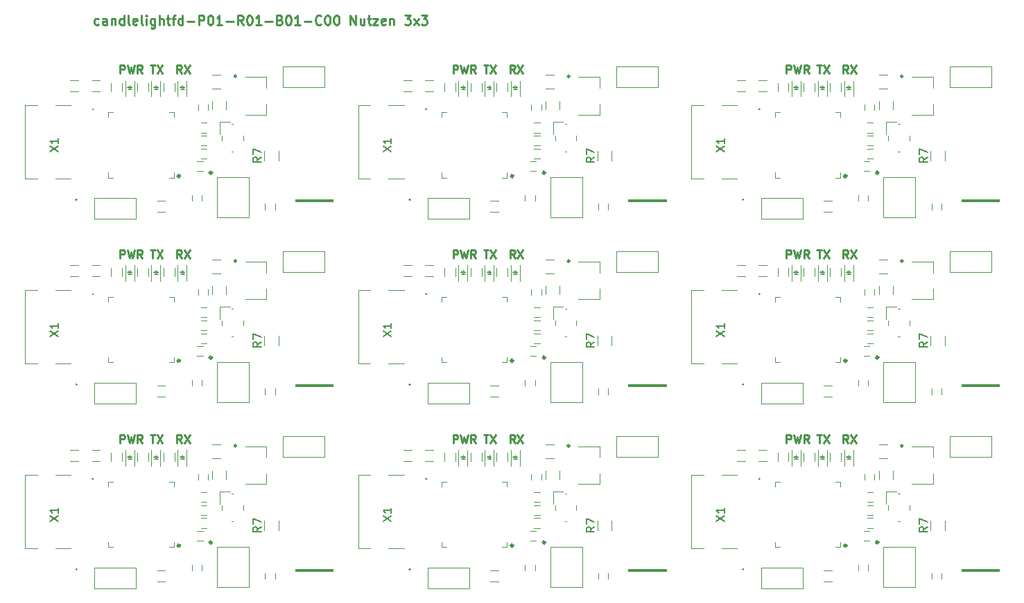
<source format=gto>
%TF.GenerationSoftware,KiCad,Pcbnew,7.0.5*%
%TF.CreationDate,2023-06-23T14:23:01+02:00*%
%TF.ProjectId,candleLightfd-S01_3x3,63616e64-6c65-44c6-9967-687466642d53,R01*%
%TF.SameCoordinates,PX54d44f0PY5fbfb80*%
%TF.FileFunction,Legend,Top*%
%TF.FilePolarity,Positive*%
%FSLAX46Y46*%
G04 Gerber Fmt 4.6, Leading zero omitted, Abs format (unit mm)*
G04 Created by KiCad (PCBNEW 7.0.5) date 2023-06-23 14:23:01*
%MOMM*%
%LPD*%
G01*
G04 APERTURE LIST*
%ADD10C,0.250000*%
%ADD11C,0.150000*%
%ADD12C,0.120000*%
%ADD13C,0.100000*%
%ADD14C,0.300000*%
%ADD15C,0.260000*%
G04 APERTURE END LIST*
D10*
X8830953Y77515000D02*
X8721429Y77457858D01*
X8721429Y77457858D02*
X8502382Y77457858D01*
X8502382Y77457858D02*
X8392858Y77515000D01*
X8392858Y77515000D02*
X8338096Y77572143D01*
X8338096Y77572143D02*
X8283334Y77686429D01*
X8283334Y77686429D02*
X8283334Y78029286D01*
X8283334Y78029286D02*
X8338096Y78143572D01*
X8338096Y78143572D02*
X8392858Y78200715D01*
X8392858Y78200715D02*
X8502382Y78257858D01*
X8502382Y78257858D02*
X8721429Y78257858D01*
X8721429Y78257858D02*
X8830953Y78200715D01*
X9816667Y77457858D02*
X9816667Y78086429D01*
X9816667Y78086429D02*
X9761905Y78200715D01*
X9761905Y78200715D02*
X9652381Y78257858D01*
X9652381Y78257858D02*
X9433334Y78257858D01*
X9433334Y78257858D02*
X9323810Y78200715D01*
X9816667Y77515000D02*
X9707143Y77457858D01*
X9707143Y77457858D02*
X9433334Y77457858D01*
X9433334Y77457858D02*
X9323810Y77515000D01*
X9323810Y77515000D02*
X9269048Y77629286D01*
X9269048Y77629286D02*
X9269048Y77743572D01*
X9269048Y77743572D02*
X9323810Y77857858D01*
X9323810Y77857858D02*
X9433334Y77915000D01*
X9433334Y77915000D02*
X9707143Y77915000D01*
X9707143Y77915000D02*
X9816667Y77972143D01*
X10364286Y78257858D02*
X10364286Y77457858D01*
X10364286Y78143572D02*
X10419048Y78200715D01*
X10419048Y78200715D02*
X10528572Y78257858D01*
X10528572Y78257858D02*
X10692857Y78257858D01*
X10692857Y78257858D02*
X10802381Y78200715D01*
X10802381Y78200715D02*
X10857143Y78086429D01*
X10857143Y78086429D02*
X10857143Y77457858D01*
X11897619Y77457858D02*
X11897619Y78657858D01*
X11897619Y77515000D02*
X11788095Y77457858D01*
X11788095Y77457858D02*
X11569048Y77457858D01*
X11569048Y77457858D02*
X11459524Y77515000D01*
X11459524Y77515000D02*
X11404762Y77572143D01*
X11404762Y77572143D02*
X11350000Y77686429D01*
X11350000Y77686429D02*
X11350000Y78029286D01*
X11350000Y78029286D02*
X11404762Y78143572D01*
X11404762Y78143572D02*
X11459524Y78200715D01*
X11459524Y78200715D02*
X11569048Y78257858D01*
X11569048Y78257858D02*
X11788095Y78257858D01*
X11788095Y78257858D02*
X11897619Y78200715D01*
X12609524Y77457858D02*
X12500000Y77515000D01*
X12500000Y77515000D02*
X12445238Y77629286D01*
X12445238Y77629286D02*
X12445238Y78657858D01*
X13485714Y77515000D02*
X13376190Y77457858D01*
X13376190Y77457858D02*
X13157143Y77457858D01*
X13157143Y77457858D02*
X13047619Y77515000D01*
X13047619Y77515000D02*
X12992857Y77629286D01*
X12992857Y77629286D02*
X12992857Y78086429D01*
X12992857Y78086429D02*
X13047619Y78200715D01*
X13047619Y78200715D02*
X13157143Y78257858D01*
X13157143Y78257858D02*
X13376190Y78257858D01*
X13376190Y78257858D02*
X13485714Y78200715D01*
X13485714Y78200715D02*
X13540476Y78086429D01*
X13540476Y78086429D02*
X13540476Y77972143D01*
X13540476Y77972143D02*
X12992857Y77857858D01*
X14197619Y77457858D02*
X14088095Y77515000D01*
X14088095Y77515000D02*
X14033333Y77629286D01*
X14033333Y77629286D02*
X14033333Y78657858D01*
X14635714Y77457858D02*
X14635714Y78257858D01*
X14635714Y78657858D02*
X14580952Y78600715D01*
X14580952Y78600715D02*
X14635714Y78543572D01*
X14635714Y78543572D02*
X14690476Y78600715D01*
X14690476Y78600715D02*
X14635714Y78657858D01*
X14635714Y78657858D02*
X14635714Y78543572D01*
X15676190Y78257858D02*
X15676190Y77286429D01*
X15676190Y77286429D02*
X15621428Y77172143D01*
X15621428Y77172143D02*
X15566666Y77115000D01*
X15566666Y77115000D02*
X15457143Y77057858D01*
X15457143Y77057858D02*
X15292857Y77057858D01*
X15292857Y77057858D02*
X15183333Y77115000D01*
X15676190Y77515000D02*
X15566666Y77457858D01*
X15566666Y77457858D02*
X15347619Y77457858D01*
X15347619Y77457858D02*
X15238095Y77515000D01*
X15238095Y77515000D02*
X15183333Y77572143D01*
X15183333Y77572143D02*
X15128571Y77686429D01*
X15128571Y77686429D02*
X15128571Y78029286D01*
X15128571Y78029286D02*
X15183333Y78143572D01*
X15183333Y78143572D02*
X15238095Y78200715D01*
X15238095Y78200715D02*
X15347619Y78257858D01*
X15347619Y78257858D02*
X15566666Y78257858D01*
X15566666Y78257858D02*
X15676190Y78200715D01*
X16223809Y77457858D02*
X16223809Y78657858D01*
X16716666Y77457858D02*
X16716666Y78086429D01*
X16716666Y78086429D02*
X16661904Y78200715D01*
X16661904Y78200715D02*
X16552380Y78257858D01*
X16552380Y78257858D02*
X16388095Y78257858D01*
X16388095Y78257858D02*
X16278571Y78200715D01*
X16278571Y78200715D02*
X16223809Y78143572D01*
X17099999Y78257858D02*
X17538095Y78257858D01*
X17264285Y78657858D02*
X17264285Y77629286D01*
X17264285Y77629286D02*
X17319047Y77515000D01*
X17319047Y77515000D02*
X17428571Y77457858D01*
X17428571Y77457858D02*
X17538095Y77457858D01*
X17757142Y78257858D02*
X18195238Y78257858D01*
X17921428Y77457858D02*
X17921428Y78486429D01*
X17921428Y78486429D02*
X17976190Y78600715D01*
X17976190Y78600715D02*
X18085714Y78657858D01*
X18085714Y78657858D02*
X18195238Y78657858D01*
X19071428Y77457858D02*
X19071428Y78657858D01*
X19071428Y77515000D02*
X18961904Y77457858D01*
X18961904Y77457858D02*
X18742857Y77457858D01*
X18742857Y77457858D02*
X18633333Y77515000D01*
X18633333Y77515000D02*
X18578571Y77572143D01*
X18578571Y77572143D02*
X18523809Y77686429D01*
X18523809Y77686429D02*
X18523809Y78029286D01*
X18523809Y78029286D02*
X18578571Y78143572D01*
X18578571Y78143572D02*
X18633333Y78200715D01*
X18633333Y78200715D02*
X18742857Y78257858D01*
X18742857Y78257858D02*
X18961904Y78257858D01*
X18961904Y78257858D02*
X19071428Y78200715D01*
X19619047Y77915000D02*
X20495238Y77915000D01*
X21042857Y77457858D02*
X21042857Y78657858D01*
X21042857Y78657858D02*
X21480952Y78657858D01*
X21480952Y78657858D02*
X21590476Y78600715D01*
X21590476Y78600715D02*
X21645238Y78543572D01*
X21645238Y78543572D02*
X21700000Y78429286D01*
X21700000Y78429286D02*
X21700000Y78257858D01*
X21700000Y78257858D02*
X21645238Y78143572D01*
X21645238Y78143572D02*
X21590476Y78086429D01*
X21590476Y78086429D02*
X21480952Y78029286D01*
X21480952Y78029286D02*
X21042857Y78029286D01*
X22411905Y78657858D02*
X22521428Y78657858D01*
X22521428Y78657858D02*
X22630952Y78600715D01*
X22630952Y78600715D02*
X22685714Y78543572D01*
X22685714Y78543572D02*
X22740476Y78429286D01*
X22740476Y78429286D02*
X22795238Y78200715D01*
X22795238Y78200715D02*
X22795238Y77915000D01*
X22795238Y77915000D02*
X22740476Y77686429D01*
X22740476Y77686429D02*
X22685714Y77572143D01*
X22685714Y77572143D02*
X22630952Y77515000D01*
X22630952Y77515000D02*
X22521428Y77457858D01*
X22521428Y77457858D02*
X22411905Y77457858D01*
X22411905Y77457858D02*
X22302381Y77515000D01*
X22302381Y77515000D02*
X22247619Y77572143D01*
X22247619Y77572143D02*
X22192857Y77686429D01*
X22192857Y77686429D02*
X22138095Y77915000D01*
X22138095Y77915000D02*
X22138095Y78200715D01*
X22138095Y78200715D02*
X22192857Y78429286D01*
X22192857Y78429286D02*
X22247619Y78543572D01*
X22247619Y78543572D02*
X22302381Y78600715D01*
X22302381Y78600715D02*
X22411905Y78657858D01*
X23890476Y77457858D02*
X23233333Y77457858D01*
X23561905Y77457858D02*
X23561905Y78657858D01*
X23561905Y78657858D02*
X23452381Y78486429D01*
X23452381Y78486429D02*
X23342857Y78372143D01*
X23342857Y78372143D02*
X23233333Y78315000D01*
X24383333Y77915000D02*
X25259524Y77915000D01*
X26464286Y77457858D02*
X26080953Y78029286D01*
X25807143Y77457858D02*
X25807143Y78657858D01*
X25807143Y78657858D02*
X26245238Y78657858D01*
X26245238Y78657858D02*
X26354762Y78600715D01*
X26354762Y78600715D02*
X26409524Y78543572D01*
X26409524Y78543572D02*
X26464286Y78429286D01*
X26464286Y78429286D02*
X26464286Y78257858D01*
X26464286Y78257858D02*
X26409524Y78143572D01*
X26409524Y78143572D02*
X26354762Y78086429D01*
X26354762Y78086429D02*
X26245238Y78029286D01*
X26245238Y78029286D02*
X25807143Y78029286D01*
X27176191Y78657858D02*
X27285714Y78657858D01*
X27285714Y78657858D02*
X27395238Y78600715D01*
X27395238Y78600715D02*
X27450000Y78543572D01*
X27450000Y78543572D02*
X27504762Y78429286D01*
X27504762Y78429286D02*
X27559524Y78200715D01*
X27559524Y78200715D02*
X27559524Y77915000D01*
X27559524Y77915000D02*
X27504762Y77686429D01*
X27504762Y77686429D02*
X27450000Y77572143D01*
X27450000Y77572143D02*
X27395238Y77515000D01*
X27395238Y77515000D02*
X27285714Y77457858D01*
X27285714Y77457858D02*
X27176191Y77457858D01*
X27176191Y77457858D02*
X27066667Y77515000D01*
X27066667Y77515000D02*
X27011905Y77572143D01*
X27011905Y77572143D02*
X26957143Y77686429D01*
X26957143Y77686429D02*
X26902381Y77915000D01*
X26902381Y77915000D02*
X26902381Y78200715D01*
X26902381Y78200715D02*
X26957143Y78429286D01*
X26957143Y78429286D02*
X27011905Y78543572D01*
X27011905Y78543572D02*
X27066667Y78600715D01*
X27066667Y78600715D02*
X27176191Y78657858D01*
X28654762Y77457858D02*
X27997619Y77457858D01*
X28326191Y77457858D02*
X28326191Y78657858D01*
X28326191Y78657858D02*
X28216667Y78486429D01*
X28216667Y78486429D02*
X28107143Y78372143D01*
X28107143Y78372143D02*
X27997619Y78315000D01*
X29147619Y77915000D02*
X30023810Y77915000D01*
X30954762Y78086429D02*
X31119048Y78029286D01*
X31119048Y78029286D02*
X31173810Y77972143D01*
X31173810Y77972143D02*
X31228572Y77857858D01*
X31228572Y77857858D02*
X31228572Y77686429D01*
X31228572Y77686429D02*
X31173810Y77572143D01*
X31173810Y77572143D02*
X31119048Y77515000D01*
X31119048Y77515000D02*
X31009524Y77457858D01*
X31009524Y77457858D02*
X30571429Y77457858D01*
X30571429Y77457858D02*
X30571429Y78657858D01*
X30571429Y78657858D02*
X30954762Y78657858D01*
X30954762Y78657858D02*
X31064286Y78600715D01*
X31064286Y78600715D02*
X31119048Y78543572D01*
X31119048Y78543572D02*
X31173810Y78429286D01*
X31173810Y78429286D02*
X31173810Y78315000D01*
X31173810Y78315000D02*
X31119048Y78200715D01*
X31119048Y78200715D02*
X31064286Y78143572D01*
X31064286Y78143572D02*
X30954762Y78086429D01*
X30954762Y78086429D02*
X30571429Y78086429D01*
X31940477Y78657858D02*
X32050000Y78657858D01*
X32050000Y78657858D02*
X32159524Y78600715D01*
X32159524Y78600715D02*
X32214286Y78543572D01*
X32214286Y78543572D02*
X32269048Y78429286D01*
X32269048Y78429286D02*
X32323810Y78200715D01*
X32323810Y78200715D02*
X32323810Y77915000D01*
X32323810Y77915000D02*
X32269048Y77686429D01*
X32269048Y77686429D02*
X32214286Y77572143D01*
X32214286Y77572143D02*
X32159524Y77515000D01*
X32159524Y77515000D02*
X32050000Y77457858D01*
X32050000Y77457858D02*
X31940477Y77457858D01*
X31940477Y77457858D02*
X31830953Y77515000D01*
X31830953Y77515000D02*
X31776191Y77572143D01*
X31776191Y77572143D02*
X31721429Y77686429D01*
X31721429Y77686429D02*
X31666667Y77915000D01*
X31666667Y77915000D02*
X31666667Y78200715D01*
X31666667Y78200715D02*
X31721429Y78429286D01*
X31721429Y78429286D02*
X31776191Y78543572D01*
X31776191Y78543572D02*
X31830953Y78600715D01*
X31830953Y78600715D02*
X31940477Y78657858D01*
X33419048Y77457858D02*
X32761905Y77457858D01*
X33090477Y77457858D02*
X33090477Y78657858D01*
X33090477Y78657858D02*
X32980953Y78486429D01*
X32980953Y78486429D02*
X32871429Y78372143D01*
X32871429Y78372143D02*
X32761905Y78315000D01*
X33911905Y77915000D02*
X34788096Y77915000D01*
X35992858Y77572143D02*
X35938096Y77515000D01*
X35938096Y77515000D02*
X35773810Y77457858D01*
X35773810Y77457858D02*
X35664286Y77457858D01*
X35664286Y77457858D02*
X35500001Y77515000D01*
X35500001Y77515000D02*
X35390477Y77629286D01*
X35390477Y77629286D02*
X35335715Y77743572D01*
X35335715Y77743572D02*
X35280953Y77972143D01*
X35280953Y77972143D02*
X35280953Y78143572D01*
X35280953Y78143572D02*
X35335715Y78372143D01*
X35335715Y78372143D02*
X35390477Y78486429D01*
X35390477Y78486429D02*
X35500001Y78600715D01*
X35500001Y78600715D02*
X35664286Y78657858D01*
X35664286Y78657858D02*
X35773810Y78657858D01*
X35773810Y78657858D02*
X35938096Y78600715D01*
X35938096Y78600715D02*
X35992858Y78543572D01*
X36704763Y78657858D02*
X36814286Y78657858D01*
X36814286Y78657858D02*
X36923810Y78600715D01*
X36923810Y78600715D02*
X36978572Y78543572D01*
X36978572Y78543572D02*
X37033334Y78429286D01*
X37033334Y78429286D02*
X37088096Y78200715D01*
X37088096Y78200715D02*
X37088096Y77915000D01*
X37088096Y77915000D02*
X37033334Y77686429D01*
X37033334Y77686429D02*
X36978572Y77572143D01*
X36978572Y77572143D02*
X36923810Y77515000D01*
X36923810Y77515000D02*
X36814286Y77457858D01*
X36814286Y77457858D02*
X36704763Y77457858D01*
X36704763Y77457858D02*
X36595239Y77515000D01*
X36595239Y77515000D02*
X36540477Y77572143D01*
X36540477Y77572143D02*
X36485715Y77686429D01*
X36485715Y77686429D02*
X36430953Y77915000D01*
X36430953Y77915000D02*
X36430953Y78200715D01*
X36430953Y78200715D02*
X36485715Y78429286D01*
X36485715Y78429286D02*
X36540477Y78543572D01*
X36540477Y78543572D02*
X36595239Y78600715D01*
X36595239Y78600715D02*
X36704763Y78657858D01*
X37800001Y78657858D02*
X37909524Y78657858D01*
X37909524Y78657858D02*
X38019048Y78600715D01*
X38019048Y78600715D02*
X38073810Y78543572D01*
X38073810Y78543572D02*
X38128572Y78429286D01*
X38128572Y78429286D02*
X38183334Y78200715D01*
X38183334Y78200715D02*
X38183334Y77915000D01*
X38183334Y77915000D02*
X38128572Y77686429D01*
X38128572Y77686429D02*
X38073810Y77572143D01*
X38073810Y77572143D02*
X38019048Y77515000D01*
X38019048Y77515000D02*
X37909524Y77457858D01*
X37909524Y77457858D02*
X37800001Y77457858D01*
X37800001Y77457858D02*
X37690477Y77515000D01*
X37690477Y77515000D02*
X37635715Y77572143D01*
X37635715Y77572143D02*
X37580953Y77686429D01*
X37580953Y77686429D02*
X37526191Y77915000D01*
X37526191Y77915000D02*
X37526191Y78200715D01*
X37526191Y78200715D02*
X37580953Y78429286D01*
X37580953Y78429286D02*
X37635715Y78543572D01*
X37635715Y78543572D02*
X37690477Y78600715D01*
X37690477Y78600715D02*
X37800001Y78657858D01*
X39552381Y77457858D02*
X39552381Y78657858D01*
X39552381Y78657858D02*
X40209524Y77457858D01*
X40209524Y77457858D02*
X40209524Y78657858D01*
X41250000Y78257858D02*
X41250000Y77457858D01*
X40757143Y78257858D02*
X40757143Y77629286D01*
X40757143Y77629286D02*
X40811905Y77515000D01*
X40811905Y77515000D02*
X40921429Y77457858D01*
X40921429Y77457858D02*
X41085714Y77457858D01*
X41085714Y77457858D02*
X41195238Y77515000D01*
X41195238Y77515000D02*
X41250000Y77572143D01*
X41633333Y78257858D02*
X42071429Y78257858D01*
X41797619Y78657858D02*
X41797619Y77629286D01*
X41797619Y77629286D02*
X41852381Y77515000D01*
X41852381Y77515000D02*
X41961905Y77457858D01*
X41961905Y77457858D02*
X42071429Y77457858D01*
X42345238Y78257858D02*
X42947619Y78257858D01*
X42947619Y78257858D02*
X42345238Y77457858D01*
X42345238Y77457858D02*
X42947619Y77457858D01*
X43823809Y77515000D02*
X43714285Y77457858D01*
X43714285Y77457858D02*
X43495238Y77457858D01*
X43495238Y77457858D02*
X43385714Y77515000D01*
X43385714Y77515000D02*
X43330952Y77629286D01*
X43330952Y77629286D02*
X43330952Y78086429D01*
X43330952Y78086429D02*
X43385714Y78200715D01*
X43385714Y78200715D02*
X43495238Y78257858D01*
X43495238Y78257858D02*
X43714285Y78257858D01*
X43714285Y78257858D02*
X43823809Y78200715D01*
X43823809Y78200715D02*
X43878571Y78086429D01*
X43878571Y78086429D02*
X43878571Y77972143D01*
X43878571Y77972143D02*
X43330952Y77857858D01*
X44371428Y78257858D02*
X44371428Y77457858D01*
X44371428Y78143572D02*
X44426190Y78200715D01*
X44426190Y78200715D02*
X44535714Y78257858D01*
X44535714Y78257858D02*
X44699999Y78257858D01*
X44699999Y78257858D02*
X44809523Y78200715D01*
X44809523Y78200715D02*
X44864285Y78086429D01*
X44864285Y78086429D02*
X44864285Y77457858D01*
X46178570Y78657858D02*
X46890475Y78657858D01*
X46890475Y78657858D02*
X46507142Y78200715D01*
X46507142Y78200715D02*
X46671427Y78200715D01*
X46671427Y78200715D02*
X46780951Y78143572D01*
X46780951Y78143572D02*
X46835713Y78086429D01*
X46835713Y78086429D02*
X46890475Y77972143D01*
X46890475Y77972143D02*
X46890475Y77686429D01*
X46890475Y77686429D02*
X46835713Y77572143D01*
X46835713Y77572143D02*
X46780951Y77515000D01*
X46780951Y77515000D02*
X46671427Y77457858D01*
X46671427Y77457858D02*
X46342856Y77457858D01*
X46342856Y77457858D02*
X46233332Y77515000D01*
X46233332Y77515000D02*
X46178570Y77572143D01*
X47273808Y77457858D02*
X47876189Y78257858D01*
X47273808Y78257858D02*
X47876189Y77457858D01*
X48204760Y78657858D02*
X48916665Y78657858D01*
X48916665Y78657858D02*
X48533332Y78200715D01*
X48533332Y78200715D02*
X48697617Y78200715D01*
X48697617Y78200715D02*
X48807141Y78143572D01*
X48807141Y78143572D02*
X48861903Y78086429D01*
X48861903Y78086429D02*
X48916665Y77972143D01*
X48916665Y77972143D02*
X48916665Y77686429D01*
X48916665Y77686429D02*
X48861903Y77572143D01*
X48861903Y77572143D02*
X48807141Y77515000D01*
X48807141Y77515000D02*
X48697617Y77457858D01*
X48697617Y77457858D02*
X48369046Y77457858D01*
X48369046Y77457858D02*
X48259522Y77515000D01*
X48259522Y77515000D02*
X48204760Y77572143D01*
X55838095Y49950381D02*
X56409523Y49950381D01*
X56123809Y48950381D02*
X56123809Y49950381D01*
X56647619Y49950381D02*
X57314285Y48950381D01*
X57314285Y49950381D02*
X56647619Y48950381D01*
X59633333Y26350381D02*
X59300000Y26826572D01*
X59061905Y26350381D02*
X59061905Y27350381D01*
X59061905Y27350381D02*
X59442857Y27350381D01*
X59442857Y27350381D02*
X59538095Y27302762D01*
X59538095Y27302762D02*
X59585714Y27255143D01*
X59585714Y27255143D02*
X59633333Y27159905D01*
X59633333Y27159905D02*
X59633333Y27017048D01*
X59633333Y27017048D02*
X59585714Y26921810D01*
X59585714Y26921810D02*
X59538095Y26874191D01*
X59538095Y26874191D02*
X59442857Y26826572D01*
X59442857Y26826572D02*
X59061905Y26826572D01*
X59966667Y27350381D02*
X60633333Y26350381D01*
X60633333Y27350381D02*
X59966667Y26350381D01*
X52116667Y26350381D02*
X52116667Y27350381D01*
X52116667Y27350381D02*
X52497619Y27350381D01*
X52497619Y27350381D02*
X52592857Y27302762D01*
X52592857Y27302762D02*
X52640476Y27255143D01*
X52640476Y27255143D02*
X52688095Y27159905D01*
X52688095Y27159905D02*
X52688095Y27017048D01*
X52688095Y27017048D02*
X52640476Y26921810D01*
X52640476Y26921810D02*
X52592857Y26874191D01*
X52592857Y26874191D02*
X52497619Y26826572D01*
X52497619Y26826572D02*
X52116667Y26826572D01*
X53021429Y27350381D02*
X53259524Y26350381D01*
X53259524Y26350381D02*
X53450000Y27064667D01*
X53450000Y27064667D02*
X53640476Y26350381D01*
X53640476Y26350381D02*
X53878572Y27350381D01*
X54830952Y26350381D02*
X54497619Y26826572D01*
X54259524Y26350381D02*
X54259524Y27350381D01*
X54259524Y27350381D02*
X54640476Y27350381D01*
X54640476Y27350381D02*
X54735714Y27302762D01*
X54735714Y27302762D02*
X54783333Y27255143D01*
X54783333Y27255143D02*
X54830952Y27159905D01*
X54830952Y27159905D02*
X54830952Y27017048D01*
X54830952Y27017048D02*
X54783333Y26921810D01*
X54783333Y26921810D02*
X54735714Y26874191D01*
X54735714Y26874191D02*
X54640476Y26826572D01*
X54640476Y26826572D02*
X54259524Y26826572D01*
X18933333Y48950381D02*
X18600000Y49426572D01*
X18361905Y48950381D02*
X18361905Y49950381D01*
X18361905Y49950381D02*
X18742857Y49950381D01*
X18742857Y49950381D02*
X18838095Y49902762D01*
X18838095Y49902762D02*
X18885714Y49855143D01*
X18885714Y49855143D02*
X18933333Y49759905D01*
X18933333Y49759905D02*
X18933333Y49617048D01*
X18933333Y49617048D02*
X18885714Y49521810D01*
X18885714Y49521810D02*
X18838095Y49474191D01*
X18838095Y49474191D02*
X18742857Y49426572D01*
X18742857Y49426572D02*
X18361905Y49426572D01*
X19266667Y49950381D02*
X19933333Y48950381D01*
X19933333Y49950381D02*
X19266667Y48950381D01*
X55838095Y27350381D02*
X56409523Y27350381D01*
X56123809Y26350381D02*
X56123809Y27350381D01*
X56647619Y27350381D02*
X57314285Y26350381D01*
X57314285Y27350381D02*
X56647619Y26350381D01*
X92816667Y48950381D02*
X92816667Y49950381D01*
X92816667Y49950381D02*
X93197619Y49950381D01*
X93197619Y49950381D02*
X93292857Y49902762D01*
X93292857Y49902762D02*
X93340476Y49855143D01*
X93340476Y49855143D02*
X93388095Y49759905D01*
X93388095Y49759905D02*
X93388095Y49617048D01*
X93388095Y49617048D02*
X93340476Y49521810D01*
X93340476Y49521810D02*
X93292857Y49474191D01*
X93292857Y49474191D02*
X93197619Y49426572D01*
X93197619Y49426572D02*
X92816667Y49426572D01*
X93721429Y49950381D02*
X93959524Y48950381D01*
X93959524Y48950381D02*
X94150000Y49664667D01*
X94150000Y49664667D02*
X94340476Y48950381D01*
X94340476Y48950381D02*
X94578572Y49950381D01*
X95530952Y48950381D02*
X95197619Y49426572D01*
X94959524Y48950381D02*
X94959524Y49950381D01*
X94959524Y49950381D02*
X95340476Y49950381D01*
X95340476Y49950381D02*
X95435714Y49902762D01*
X95435714Y49902762D02*
X95483333Y49855143D01*
X95483333Y49855143D02*
X95530952Y49759905D01*
X95530952Y49759905D02*
X95530952Y49617048D01*
X95530952Y49617048D02*
X95483333Y49521810D01*
X95483333Y49521810D02*
X95435714Y49474191D01*
X95435714Y49474191D02*
X95340476Y49426572D01*
X95340476Y49426572D02*
X94959524Y49426572D01*
X15138095Y49950381D02*
X15709523Y49950381D01*
X15423809Y48950381D02*
X15423809Y49950381D01*
X15947619Y49950381D02*
X16614285Y48950381D01*
X16614285Y49950381D02*
X15947619Y48950381D01*
X100333333Y71550381D02*
X100000000Y72026572D01*
X99761905Y71550381D02*
X99761905Y72550381D01*
X99761905Y72550381D02*
X100142857Y72550381D01*
X100142857Y72550381D02*
X100238095Y72502762D01*
X100238095Y72502762D02*
X100285714Y72455143D01*
X100285714Y72455143D02*
X100333333Y72359905D01*
X100333333Y72359905D02*
X100333333Y72217048D01*
X100333333Y72217048D02*
X100285714Y72121810D01*
X100285714Y72121810D02*
X100238095Y72074191D01*
X100238095Y72074191D02*
X100142857Y72026572D01*
X100142857Y72026572D02*
X99761905Y72026572D01*
X100666667Y72550381D02*
X101333333Y71550381D01*
X101333333Y72550381D02*
X100666667Y71550381D01*
X18933333Y26350381D02*
X18600000Y26826572D01*
X18361905Y26350381D02*
X18361905Y27350381D01*
X18361905Y27350381D02*
X18742857Y27350381D01*
X18742857Y27350381D02*
X18838095Y27302762D01*
X18838095Y27302762D02*
X18885714Y27255143D01*
X18885714Y27255143D02*
X18933333Y27159905D01*
X18933333Y27159905D02*
X18933333Y27017048D01*
X18933333Y27017048D02*
X18885714Y26921810D01*
X18885714Y26921810D02*
X18838095Y26874191D01*
X18838095Y26874191D02*
X18742857Y26826572D01*
X18742857Y26826572D02*
X18361905Y26826572D01*
X19266667Y27350381D02*
X19933333Y26350381D01*
X19933333Y27350381D02*
X19266667Y26350381D01*
X11416667Y26350381D02*
X11416667Y27350381D01*
X11416667Y27350381D02*
X11797619Y27350381D01*
X11797619Y27350381D02*
X11892857Y27302762D01*
X11892857Y27302762D02*
X11940476Y27255143D01*
X11940476Y27255143D02*
X11988095Y27159905D01*
X11988095Y27159905D02*
X11988095Y27017048D01*
X11988095Y27017048D02*
X11940476Y26921810D01*
X11940476Y26921810D02*
X11892857Y26874191D01*
X11892857Y26874191D02*
X11797619Y26826572D01*
X11797619Y26826572D02*
X11416667Y26826572D01*
X12321429Y27350381D02*
X12559524Y26350381D01*
X12559524Y26350381D02*
X12750000Y27064667D01*
X12750000Y27064667D02*
X12940476Y26350381D01*
X12940476Y26350381D02*
X13178572Y27350381D01*
X14130952Y26350381D02*
X13797619Y26826572D01*
X13559524Y26350381D02*
X13559524Y27350381D01*
X13559524Y27350381D02*
X13940476Y27350381D01*
X13940476Y27350381D02*
X14035714Y27302762D01*
X14035714Y27302762D02*
X14083333Y27255143D01*
X14083333Y27255143D02*
X14130952Y27159905D01*
X14130952Y27159905D02*
X14130952Y27017048D01*
X14130952Y27017048D02*
X14083333Y26921810D01*
X14083333Y26921810D02*
X14035714Y26874191D01*
X14035714Y26874191D02*
X13940476Y26826572D01*
X13940476Y26826572D02*
X13559524Y26826572D01*
X18933333Y71550381D02*
X18600000Y72026572D01*
X18361905Y71550381D02*
X18361905Y72550381D01*
X18361905Y72550381D02*
X18742857Y72550381D01*
X18742857Y72550381D02*
X18838095Y72502762D01*
X18838095Y72502762D02*
X18885714Y72455143D01*
X18885714Y72455143D02*
X18933333Y72359905D01*
X18933333Y72359905D02*
X18933333Y72217048D01*
X18933333Y72217048D02*
X18885714Y72121810D01*
X18885714Y72121810D02*
X18838095Y72074191D01*
X18838095Y72074191D02*
X18742857Y72026572D01*
X18742857Y72026572D02*
X18361905Y72026572D01*
X19266667Y72550381D02*
X19933333Y71550381D01*
X19933333Y72550381D02*
X19266667Y71550381D01*
X11416667Y48950381D02*
X11416667Y49950381D01*
X11416667Y49950381D02*
X11797619Y49950381D01*
X11797619Y49950381D02*
X11892857Y49902762D01*
X11892857Y49902762D02*
X11940476Y49855143D01*
X11940476Y49855143D02*
X11988095Y49759905D01*
X11988095Y49759905D02*
X11988095Y49617048D01*
X11988095Y49617048D02*
X11940476Y49521810D01*
X11940476Y49521810D02*
X11892857Y49474191D01*
X11892857Y49474191D02*
X11797619Y49426572D01*
X11797619Y49426572D02*
X11416667Y49426572D01*
X12321429Y49950381D02*
X12559524Y48950381D01*
X12559524Y48950381D02*
X12750000Y49664667D01*
X12750000Y49664667D02*
X12940476Y48950381D01*
X12940476Y48950381D02*
X13178572Y49950381D01*
X14130952Y48950381D02*
X13797619Y49426572D01*
X13559524Y48950381D02*
X13559524Y49950381D01*
X13559524Y49950381D02*
X13940476Y49950381D01*
X13940476Y49950381D02*
X14035714Y49902762D01*
X14035714Y49902762D02*
X14083333Y49855143D01*
X14083333Y49855143D02*
X14130952Y49759905D01*
X14130952Y49759905D02*
X14130952Y49617048D01*
X14130952Y49617048D02*
X14083333Y49521810D01*
X14083333Y49521810D02*
X14035714Y49474191D01*
X14035714Y49474191D02*
X13940476Y49426572D01*
X13940476Y49426572D02*
X13559524Y49426572D01*
X96538095Y27350381D02*
X97109523Y27350381D01*
X96823809Y26350381D02*
X96823809Y27350381D01*
X97347619Y27350381D02*
X98014285Y26350381D01*
X98014285Y27350381D02*
X97347619Y26350381D01*
X11416667Y71550381D02*
X11416667Y72550381D01*
X11416667Y72550381D02*
X11797619Y72550381D01*
X11797619Y72550381D02*
X11892857Y72502762D01*
X11892857Y72502762D02*
X11940476Y72455143D01*
X11940476Y72455143D02*
X11988095Y72359905D01*
X11988095Y72359905D02*
X11988095Y72217048D01*
X11988095Y72217048D02*
X11940476Y72121810D01*
X11940476Y72121810D02*
X11892857Y72074191D01*
X11892857Y72074191D02*
X11797619Y72026572D01*
X11797619Y72026572D02*
X11416667Y72026572D01*
X12321429Y72550381D02*
X12559524Y71550381D01*
X12559524Y71550381D02*
X12750000Y72264667D01*
X12750000Y72264667D02*
X12940476Y71550381D01*
X12940476Y71550381D02*
X13178572Y72550381D01*
X14130952Y71550381D02*
X13797619Y72026572D01*
X13559524Y71550381D02*
X13559524Y72550381D01*
X13559524Y72550381D02*
X13940476Y72550381D01*
X13940476Y72550381D02*
X14035714Y72502762D01*
X14035714Y72502762D02*
X14083333Y72455143D01*
X14083333Y72455143D02*
X14130952Y72359905D01*
X14130952Y72359905D02*
X14130952Y72217048D01*
X14130952Y72217048D02*
X14083333Y72121810D01*
X14083333Y72121810D02*
X14035714Y72074191D01*
X14035714Y72074191D02*
X13940476Y72026572D01*
X13940476Y72026572D02*
X13559524Y72026572D01*
X92816667Y71550381D02*
X92816667Y72550381D01*
X92816667Y72550381D02*
X93197619Y72550381D01*
X93197619Y72550381D02*
X93292857Y72502762D01*
X93292857Y72502762D02*
X93340476Y72455143D01*
X93340476Y72455143D02*
X93388095Y72359905D01*
X93388095Y72359905D02*
X93388095Y72217048D01*
X93388095Y72217048D02*
X93340476Y72121810D01*
X93340476Y72121810D02*
X93292857Y72074191D01*
X93292857Y72074191D02*
X93197619Y72026572D01*
X93197619Y72026572D02*
X92816667Y72026572D01*
X93721429Y72550381D02*
X93959524Y71550381D01*
X93959524Y71550381D02*
X94150000Y72264667D01*
X94150000Y72264667D02*
X94340476Y71550381D01*
X94340476Y71550381D02*
X94578572Y72550381D01*
X95530952Y71550381D02*
X95197619Y72026572D01*
X94959524Y71550381D02*
X94959524Y72550381D01*
X94959524Y72550381D02*
X95340476Y72550381D01*
X95340476Y72550381D02*
X95435714Y72502762D01*
X95435714Y72502762D02*
X95483333Y72455143D01*
X95483333Y72455143D02*
X95530952Y72359905D01*
X95530952Y72359905D02*
X95530952Y72217048D01*
X95530952Y72217048D02*
X95483333Y72121810D01*
X95483333Y72121810D02*
X95435714Y72074191D01*
X95435714Y72074191D02*
X95340476Y72026572D01*
X95340476Y72026572D02*
X94959524Y72026572D01*
X15138095Y27350381D02*
X15709523Y27350381D01*
X15423809Y26350381D02*
X15423809Y27350381D01*
X15947619Y27350381D02*
X16614285Y26350381D01*
X16614285Y27350381D02*
X15947619Y26350381D01*
X100333333Y26350381D02*
X100000000Y26826572D01*
X99761905Y26350381D02*
X99761905Y27350381D01*
X99761905Y27350381D02*
X100142857Y27350381D01*
X100142857Y27350381D02*
X100238095Y27302762D01*
X100238095Y27302762D02*
X100285714Y27255143D01*
X100285714Y27255143D02*
X100333333Y27159905D01*
X100333333Y27159905D02*
X100333333Y27017048D01*
X100333333Y27017048D02*
X100285714Y26921810D01*
X100285714Y26921810D02*
X100238095Y26874191D01*
X100238095Y26874191D02*
X100142857Y26826572D01*
X100142857Y26826572D02*
X99761905Y26826572D01*
X100666667Y27350381D02*
X101333333Y26350381D01*
X101333333Y27350381D02*
X100666667Y26350381D01*
X52116667Y48950381D02*
X52116667Y49950381D01*
X52116667Y49950381D02*
X52497619Y49950381D01*
X52497619Y49950381D02*
X52592857Y49902762D01*
X52592857Y49902762D02*
X52640476Y49855143D01*
X52640476Y49855143D02*
X52688095Y49759905D01*
X52688095Y49759905D02*
X52688095Y49617048D01*
X52688095Y49617048D02*
X52640476Y49521810D01*
X52640476Y49521810D02*
X52592857Y49474191D01*
X52592857Y49474191D02*
X52497619Y49426572D01*
X52497619Y49426572D02*
X52116667Y49426572D01*
X53021429Y49950381D02*
X53259524Y48950381D01*
X53259524Y48950381D02*
X53450000Y49664667D01*
X53450000Y49664667D02*
X53640476Y48950381D01*
X53640476Y48950381D02*
X53878572Y49950381D01*
X54830952Y48950381D02*
X54497619Y49426572D01*
X54259524Y48950381D02*
X54259524Y49950381D01*
X54259524Y49950381D02*
X54640476Y49950381D01*
X54640476Y49950381D02*
X54735714Y49902762D01*
X54735714Y49902762D02*
X54783333Y49855143D01*
X54783333Y49855143D02*
X54830952Y49759905D01*
X54830952Y49759905D02*
X54830952Y49617048D01*
X54830952Y49617048D02*
X54783333Y49521810D01*
X54783333Y49521810D02*
X54735714Y49474191D01*
X54735714Y49474191D02*
X54640476Y49426572D01*
X54640476Y49426572D02*
X54259524Y49426572D01*
X96538095Y72550381D02*
X97109523Y72550381D01*
X96823809Y71550381D02*
X96823809Y72550381D01*
X97347619Y72550381D02*
X98014285Y71550381D01*
X98014285Y72550381D02*
X97347619Y71550381D01*
X59633333Y48950381D02*
X59300000Y49426572D01*
X59061905Y48950381D02*
X59061905Y49950381D01*
X59061905Y49950381D02*
X59442857Y49950381D01*
X59442857Y49950381D02*
X59538095Y49902762D01*
X59538095Y49902762D02*
X59585714Y49855143D01*
X59585714Y49855143D02*
X59633333Y49759905D01*
X59633333Y49759905D02*
X59633333Y49617048D01*
X59633333Y49617048D02*
X59585714Y49521810D01*
X59585714Y49521810D02*
X59538095Y49474191D01*
X59538095Y49474191D02*
X59442857Y49426572D01*
X59442857Y49426572D02*
X59061905Y49426572D01*
X59966667Y49950381D02*
X60633333Y48950381D01*
X60633333Y49950381D02*
X59966667Y48950381D01*
X92816667Y26350381D02*
X92816667Y27350381D01*
X92816667Y27350381D02*
X93197619Y27350381D01*
X93197619Y27350381D02*
X93292857Y27302762D01*
X93292857Y27302762D02*
X93340476Y27255143D01*
X93340476Y27255143D02*
X93388095Y27159905D01*
X93388095Y27159905D02*
X93388095Y27017048D01*
X93388095Y27017048D02*
X93340476Y26921810D01*
X93340476Y26921810D02*
X93292857Y26874191D01*
X93292857Y26874191D02*
X93197619Y26826572D01*
X93197619Y26826572D02*
X92816667Y26826572D01*
X93721429Y27350381D02*
X93959524Y26350381D01*
X93959524Y26350381D02*
X94150000Y27064667D01*
X94150000Y27064667D02*
X94340476Y26350381D01*
X94340476Y26350381D02*
X94578572Y27350381D01*
X95530952Y26350381D02*
X95197619Y26826572D01*
X94959524Y26350381D02*
X94959524Y27350381D01*
X94959524Y27350381D02*
X95340476Y27350381D01*
X95340476Y27350381D02*
X95435714Y27302762D01*
X95435714Y27302762D02*
X95483333Y27255143D01*
X95483333Y27255143D02*
X95530952Y27159905D01*
X95530952Y27159905D02*
X95530952Y27017048D01*
X95530952Y27017048D02*
X95483333Y26921810D01*
X95483333Y26921810D02*
X95435714Y26874191D01*
X95435714Y26874191D02*
X95340476Y26826572D01*
X95340476Y26826572D02*
X94959524Y26826572D01*
X59633333Y71550381D02*
X59300000Y72026572D01*
X59061905Y71550381D02*
X59061905Y72550381D01*
X59061905Y72550381D02*
X59442857Y72550381D01*
X59442857Y72550381D02*
X59538095Y72502762D01*
X59538095Y72502762D02*
X59585714Y72455143D01*
X59585714Y72455143D02*
X59633333Y72359905D01*
X59633333Y72359905D02*
X59633333Y72217048D01*
X59633333Y72217048D02*
X59585714Y72121810D01*
X59585714Y72121810D02*
X59538095Y72074191D01*
X59538095Y72074191D02*
X59442857Y72026572D01*
X59442857Y72026572D02*
X59061905Y72026572D01*
X59966667Y72550381D02*
X60633333Y71550381D01*
X60633333Y72550381D02*
X59966667Y71550381D01*
X100333333Y48950381D02*
X100000000Y49426572D01*
X99761905Y48950381D02*
X99761905Y49950381D01*
X99761905Y49950381D02*
X100142857Y49950381D01*
X100142857Y49950381D02*
X100238095Y49902762D01*
X100238095Y49902762D02*
X100285714Y49855143D01*
X100285714Y49855143D02*
X100333333Y49759905D01*
X100333333Y49759905D02*
X100333333Y49617048D01*
X100333333Y49617048D02*
X100285714Y49521810D01*
X100285714Y49521810D02*
X100238095Y49474191D01*
X100238095Y49474191D02*
X100142857Y49426572D01*
X100142857Y49426572D02*
X99761905Y49426572D01*
X100666667Y49950381D02*
X101333333Y48950381D01*
X101333333Y49950381D02*
X100666667Y48950381D01*
X55838095Y72550381D02*
X56409523Y72550381D01*
X56123809Y71550381D02*
X56123809Y72550381D01*
X56647619Y72550381D02*
X57314285Y71550381D01*
X57314285Y72550381D02*
X56647619Y71550381D01*
X52116667Y71550381D02*
X52116667Y72550381D01*
X52116667Y72550381D02*
X52497619Y72550381D01*
X52497619Y72550381D02*
X52592857Y72502762D01*
X52592857Y72502762D02*
X52640476Y72455143D01*
X52640476Y72455143D02*
X52688095Y72359905D01*
X52688095Y72359905D02*
X52688095Y72217048D01*
X52688095Y72217048D02*
X52640476Y72121810D01*
X52640476Y72121810D02*
X52592857Y72074191D01*
X52592857Y72074191D02*
X52497619Y72026572D01*
X52497619Y72026572D02*
X52116667Y72026572D01*
X53021429Y72550381D02*
X53259524Y71550381D01*
X53259524Y71550381D02*
X53450000Y72264667D01*
X53450000Y72264667D02*
X53640476Y71550381D01*
X53640476Y71550381D02*
X53878572Y72550381D01*
X54830952Y71550381D02*
X54497619Y72026572D01*
X54259524Y71550381D02*
X54259524Y72550381D01*
X54259524Y72550381D02*
X54640476Y72550381D01*
X54640476Y72550381D02*
X54735714Y72502762D01*
X54735714Y72502762D02*
X54783333Y72455143D01*
X54783333Y72455143D02*
X54830952Y72359905D01*
X54830952Y72359905D02*
X54830952Y72217048D01*
X54830952Y72217048D02*
X54783333Y72121810D01*
X54783333Y72121810D02*
X54735714Y72074191D01*
X54735714Y72074191D02*
X54640476Y72026572D01*
X54640476Y72026572D02*
X54259524Y72026572D01*
X96538095Y49950381D02*
X97109523Y49950381D01*
X96823809Y48950381D02*
X96823809Y49950381D01*
X97347619Y49950381D02*
X98014285Y48950381D01*
X98014285Y49950381D02*
X97347619Y48950381D01*
X15138095Y72550381D02*
X15709523Y72550381D01*
X15423809Y71550381D02*
X15423809Y72550381D01*
X15947619Y72550381D02*
X16614285Y71550381D01*
X16614285Y72550381D02*
X15947619Y71550381D01*
D11*
%TO.C,X1*%
X2854819Y61990477D02*
X3854819Y62657143D01*
X2854819Y62657143D02*
X3854819Y61990477D01*
X3854819Y63561905D02*
X3854819Y62990477D01*
X3854819Y63276191D02*
X2854819Y63276191D01*
X2854819Y63276191D02*
X2997676Y63180953D01*
X2997676Y63180953D02*
X3092914Y63085715D01*
X3092914Y63085715D02*
X3140533Y62990477D01*
%TO.C,R7*%
X28654819Y61283334D02*
X28178628Y60950001D01*
X28654819Y60711906D02*
X27654819Y60711906D01*
X27654819Y60711906D02*
X27654819Y61092858D01*
X27654819Y61092858D02*
X27702438Y61188096D01*
X27702438Y61188096D02*
X27750057Y61235715D01*
X27750057Y61235715D02*
X27845295Y61283334D01*
X27845295Y61283334D02*
X27988152Y61283334D01*
X27988152Y61283334D02*
X28083390Y61235715D01*
X28083390Y61235715D02*
X28131009Y61188096D01*
X28131009Y61188096D02*
X28178628Y61092858D01*
X28178628Y61092858D02*
X28178628Y60711906D01*
X27654819Y61616668D02*
X27654819Y62283334D01*
X27654819Y62283334D02*
X28654819Y61854763D01*
X69354819Y61283334D02*
X68878628Y60950001D01*
X69354819Y60711906D02*
X68354819Y60711906D01*
X68354819Y60711906D02*
X68354819Y61092858D01*
X68354819Y61092858D02*
X68402438Y61188096D01*
X68402438Y61188096D02*
X68450057Y61235715D01*
X68450057Y61235715D02*
X68545295Y61283334D01*
X68545295Y61283334D02*
X68688152Y61283334D01*
X68688152Y61283334D02*
X68783390Y61235715D01*
X68783390Y61235715D02*
X68831009Y61188096D01*
X68831009Y61188096D02*
X68878628Y61092858D01*
X68878628Y61092858D02*
X68878628Y60711906D01*
X68354819Y61616668D02*
X68354819Y62283334D01*
X68354819Y62283334D02*
X69354819Y61854763D01*
X110054819Y38683334D02*
X109578628Y38350001D01*
X110054819Y38111906D02*
X109054819Y38111906D01*
X109054819Y38111906D02*
X109054819Y38492858D01*
X109054819Y38492858D02*
X109102438Y38588096D01*
X109102438Y38588096D02*
X109150057Y38635715D01*
X109150057Y38635715D02*
X109245295Y38683334D01*
X109245295Y38683334D02*
X109388152Y38683334D01*
X109388152Y38683334D02*
X109483390Y38635715D01*
X109483390Y38635715D02*
X109531009Y38588096D01*
X109531009Y38588096D02*
X109578628Y38492858D01*
X109578628Y38492858D02*
X109578628Y38111906D01*
X109054819Y39016668D02*
X109054819Y39683334D01*
X109054819Y39683334D02*
X110054819Y39254763D01*
X28654819Y38683334D02*
X28178628Y38350001D01*
X28654819Y38111906D02*
X27654819Y38111906D01*
X27654819Y38111906D02*
X27654819Y38492858D01*
X27654819Y38492858D02*
X27702438Y38588096D01*
X27702438Y38588096D02*
X27750057Y38635715D01*
X27750057Y38635715D02*
X27845295Y38683334D01*
X27845295Y38683334D02*
X27988152Y38683334D01*
X27988152Y38683334D02*
X28083390Y38635715D01*
X28083390Y38635715D02*
X28131009Y38588096D01*
X28131009Y38588096D02*
X28178628Y38492858D01*
X28178628Y38492858D02*
X28178628Y38111906D01*
X27654819Y39016668D02*
X27654819Y39683334D01*
X27654819Y39683334D02*
X28654819Y39254763D01*
%TO.C,X1*%
X2854819Y16790477D02*
X3854819Y17457143D01*
X2854819Y17457143D02*
X3854819Y16790477D01*
X3854819Y18361905D02*
X3854819Y17790477D01*
X3854819Y18076191D02*
X2854819Y18076191D01*
X2854819Y18076191D02*
X2997676Y17980953D01*
X2997676Y17980953D02*
X3092914Y17885715D01*
X3092914Y17885715D02*
X3140533Y17790477D01*
%TO.C,R7*%
X28654819Y16083334D02*
X28178628Y15750001D01*
X28654819Y15511906D02*
X27654819Y15511906D01*
X27654819Y15511906D02*
X27654819Y15892858D01*
X27654819Y15892858D02*
X27702438Y15988096D01*
X27702438Y15988096D02*
X27750057Y16035715D01*
X27750057Y16035715D02*
X27845295Y16083334D01*
X27845295Y16083334D02*
X27988152Y16083334D01*
X27988152Y16083334D02*
X28083390Y16035715D01*
X28083390Y16035715D02*
X28131009Y15988096D01*
X28131009Y15988096D02*
X28178628Y15892858D01*
X28178628Y15892858D02*
X28178628Y15511906D01*
X27654819Y16416668D02*
X27654819Y17083334D01*
X27654819Y17083334D02*
X28654819Y16654763D01*
X69354819Y38683334D02*
X68878628Y38350001D01*
X69354819Y38111906D02*
X68354819Y38111906D01*
X68354819Y38111906D02*
X68354819Y38492858D01*
X68354819Y38492858D02*
X68402438Y38588096D01*
X68402438Y38588096D02*
X68450057Y38635715D01*
X68450057Y38635715D02*
X68545295Y38683334D01*
X68545295Y38683334D02*
X68688152Y38683334D01*
X68688152Y38683334D02*
X68783390Y38635715D01*
X68783390Y38635715D02*
X68831009Y38588096D01*
X68831009Y38588096D02*
X68878628Y38492858D01*
X68878628Y38492858D02*
X68878628Y38111906D01*
X68354819Y39016668D02*
X68354819Y39683334D01*
X68354819Y39683334D02*
X69354819Y39254763D01*
X69354819Y16083334D02*
X68878628Y15750001D01*
X69354819Y15511906D02*
X68354819Y15511906D01*
X68354819Y15511906D02*
X68354819Y15892858D01*
X68354819Y15892858D02*
X68402438Y15988096D01*
X68402438Y15988096D02*
X68450057Y16035715D01*
X68450057Y16035715D02*
X68545295Y16083334D01*
X68545295Y16083334D02*
X68688152Y16083334D01*
X68688152Y16083334D02*
X68783390Y16035715D01*
X68783390Y16035715D02*
X68831009Y15988096D01*
X68831009Y15988096D02*
X68878628Y15892858D01*
X68878628Y15892858D02*
X68878628Y15511906D01*
X68354819Y16416668D02*
X68354819Y17083334D01*
X68354819Y17083334D02*
X69354819Y16654763D01*
%TO.C,X1*%
X84254819Y39390477D02*
X85254819Y40057143D01*
X84254819Y40057143D02*
X85254819Y39390477D01*
X85254819Y40961905D02*
X85254819Y40390477D01*
X85254819Y40676191D02*
X84254819Y40676191D01*
X84254819Y40676191D02*
X84397676Y40580953D01*
X84397676Y40580953D02*
X84492914Y40485715D01*
X84492914Y40485715D02*
X84540533Y40390477D01*
X43554819Y16790477D02*
X44554819Y17457143D01*
X43554819Y17457143D02*
X44554819Y16790477D01*
X44554819Y18361905D02*
X44554819Y17790477D01*
X44554819Y18076191D02*
X43554819Y18076191D01*
X43554819Y18076191D02*
X43697676Y17980953D01*
X43697676Y17980953D02*
X43792914Y17885715D01*
X43792914Y17885715D02*
X43840533Y17790477D01*
X43554819Y61990477D02*
X44554819Y62657143D01*
X43554819Y62657143D02*
X44554819Y61990477D01*
X44554819Y63561905D02*
X44554819Y62990477D01*
X44554819Y63276191D02*
X43554819Y63276191D01*
X43554819Y63276191D02*
X43697676Y63180953D01*
X43697676Y63180953D02*
X43792914Y63085715D01*
X43792914Y63085715D02*
X43840533Y62990477D01*
X2854819Y39390477D02*
X3854819Y40057143D01*
X2854819Y40057143D02*
X3854819Y39390477D01*
X3854819Y40961905D02*
X3854819Y40390477D01*
X3854819Y40676191D02*
X2854819Y40676191D01*
X2854819Y40676191D02*
X2997676Y40580953D01*
X2997676Y40580953D02*
X3092914Y40485715D01*
X3092914Y40485715D02*
X3140533Y40390477D01*
X84254819Y16790477D02*
X85254819Y17457143D01*
X84254819Y17457143D02*
X85254819Y16790477D01*
X85254819Y18361905D02*
X85254819Y17790477D01*
X85254819Y18076191D02*
X84254819Y18076191D01*
X84254819Y18076191D02*
X84397676Y17980953D01*
X84397676Y17980953D02*
X84492914Y17885715D01*
X84492914Y17885715D02*
X84540533Y17790477D01*
X43554819Y39390477D02*
X44554819Y40057143D01*
X43554819Y40057143D02*
X44554819Y39390477D01*
X44554819Y40961905D02*
X44554819Y40390477D01*
X44554819Y40676191D02*
X43554819Y40676191D01*
X43554819Y40676191D02*
X43697676Y40580953D01*
X43697676Y40580953D02*
X43792914Y40485715D01*
X43792914Y40485715D02*
X43840533Y40390477D01*
%TO.C,R7*%
X110054819Y16083334D02*
X109578628Y15750001D01*
X110054819Y15511906D02*
X109054819Y15511906D01*
X109054819Y15511906D02*
X109054819Y15892858D01*
X109054819Y15892858D02*
X109102438Y15988096D01*
X109102438Y15988096D02*
X109150057Y16035715D01*
X109150057Y16035715D02*
X109245295Y16083334D01*
X109245295Y16083334D02*
X109388152Y16083334D01*
X109388152Y16083334D02*
X109483390Y16035715D01*
X109483390Y16035715D02*
X109531009Y15988096D01*
X109531009Y15988096D02*
X109578628Y15892858D01*
X109578628Y15892858D02*
X109578628Y15511906D01*
X109054819Y16416668D02*
X109054819Y17083334D01*
X109054819Y17083334D02*
X110054819Y16654763D01*
%TO.C,X1*%
X84254819Y61990477D02*
X85254819Y62657143D01*
X84254819Y62657143D02*
X85254819Y61990477D01*
X85254819Y63561905D02*
X85254819Y62990477D01*
X85254819Y63276191D02*
X84254819Y63276191D01*
X84254819Y63276191D02*
X84397676Y63180953D01*
X84397676Y63180953D02*
X84492914Y63085715D01*
X84492914Y63085715D02*
X84540533Y62990477D01*
%TO.C,R7*%
X110054819Y61283334D02*
X109578628Y60950001D01*
X110054819Y60711906D02*
X109054819Y60711906D01*
X109054819Y60711906D02*
X109054819Y61092858D01*
X109054819Y61092858D02*
X109102438Y61188096D01*
X109102438Y61188096D02*
X109150057Y61235715D01*
X109150057Y61235715D02*
X109245295Y61283334D01*
X109245295Y61283334D02*
X109388152Y61283334D01*
X109388152Y61283334D02*
X109483390Y61235715D01*
X109483390Y61235715D02*
X109531009Y61188096D01*
X109531009Y61188096D02*
X109578628Y61092858D01*
X109578628Y61092858D02*
X109578628Y60711906D01*
X109054819Y61616668D02*
X109054819Y62283334D01*
X109054819Y62283334D02*
X110054819Y61854763D01*
D12*
%TO.C,R2*%
X90400000Y69325000D02*
X89400000Y69325000D01*
X89400000Y70675000D02*
X90400000Y70675000D01*
%TO.C,C2*%
X22000000Y41700000D02*
X21300000Y41700000D01*
X21300000Y42900000D02*
X22000000Y42900000D01*
%TO.C,R5*%
X11675000Y25150000D02*
X11675000Y24150000D01*
X10325000Y24150000D02*
X10325000Y25150000D01*
%TO.C,R3*%
X96275000Y70350000D02*
X96275000Y69350000D01*
X94925000Y69350000D02*
X94925000Y70350000D01*
%TO.C,X1*%
X3505000Y67650000D02*
X5405000Y67650000D01*
X-195000Y67650000D02*
X1305000Y67650000D01*
X5405000Y58650000D02*
X3505000Y58650000D01*
X1305000Y58650000D02*
X-195000Y58650000D01*
X-195000Y58650000D02*
X-195000Y67650000D01*
X8205000Y67150000D02*
G75*
G03*
X8205000Y67150000I-100000J0D01*
G01*
%TO.C,X3*%
D11*
X87575000Y10900000D02*
G75*
G03*
X87575000Y10900000I-75000J0D01*
G01*
D13*
%TO.C,X2*%
X118800000Y33500000D02*
X114200000Y33500000D01*
X114200000Y33500000D02*
X114200000Y33300000D01*
X114200000Y33300000D02*
X118800000Y33300000D01*
X118800000Y33300000D02*
X118800000Y33500000D01*
G36*
X118800000Y33500000D02*
G01*
X114200000Y33500000D01*
X114200000Y33300000D01*
X118800000Y33300000D01*
X118800000Y33500000D01*
G37*
D12*
%TO.C,C3*%
X61650000Y21850000D02*
X61650000Y22550000D01*
X62850000Y22550000D02*
X62850000Y21850000D01*
X61650000Y67050000D02*
X61650000Y67750000D01*
X62850000Y67750000D02*
X62850000Y67050000D01*
%TO.C,C4*%
X20850000Y38200000D02*
X21550000Y38200000D01*
X21550000Y37000000D02*
X20850000Y37000000D01*
D13*
%TO.C,X2*%
X78100000Y33500000D02*
X73500000Y33500000D01*
X73500000Y33500000D02*
X73500000Y33300000D01*
X73500000Y33300000D02*
X78100000Y33300000D01*
X78100000Y33300000D02*
X78100000Y33500000D01*
G36*
X78100000Y33500000D02*
G01*
X73500000Y33500000D01*
X73500000Y33300000D01*
X78100000Y33300000D01*
X78100000Y33500000D01*
G37*
D12*
%TO.C,U3*%
X23250000Y36250000D02*
X23250000Y31350000D01*
X23250000Y36250000D02*
X27150000Y36250000D01*
X23250000Y31350000D02*
X27150000Y31350000D01*
X27150000Y36250000D02*
X27150000Y31350000D01*
D14*
X22641421Y36800000D02*
G75*
G03*
X22641421Y36800000I-141421J0D01*
G01*
D12*
%TO.C,D1*%
X55950000Y68750000D02*
X55950000Y70650000D01*
X57050000Y68750000D02*
X57050000Y70650000D01*
X56250000Y69600000D02*
X56750000Y69600000D01*
X56500000Y69600000D02*
X56250000Y69850000D01*
X56500000Y69650000D02*
X56500000Y70100000D01*
D11*
X56250000Y69850000D02*
X56750000Y69850000D01*
D12*
X56750000Y69850000D02*
X56500000Y69600000D01*
%TO.C,R6*%
X57650000Y54575000D02*
X56650000Y54575000D01*
X56650000Y55925000D02*
X57650000Y55925000D01*
D13*
%TO.C,X2*%
X78100000Y10900000D02*
X73500000Y10900000D01*
X73500000Y10900000D02*
X73500000Y10700000D01*
X73500000Y10700000D02*
X78100000Y10700000D01*
X78100000Y10700000D02*
X78100000Y10900000D01*
G36*
X78100000Y10900000D02*
G01*
X73500000Y10900000D01*
X73500000Y10700000D01*
X78100000Y10700000D01*
X78100000Y10900000D01*
G37*
%TO.C,P2*%
X8310000Y31180000D02*
X8310000Y33720000D01*
X13390000Y33720000D02*
X8310000Y33720000D01*
X13390000Y31180000D02*
X8310000Y31180000D01*
X13390000Y31180000D02*
X13390000Y33720000D01*
D12*
%TO.C,R1*%
X86750000Y48075000D02*
X87750000Y48075000D01*
X87750000Y46725000D02*
X86750000Y46725000D01*
%TO.C,C7*%
X65100000Y44550000D02*
X65100000Y45550000D01*
X63400000Y45550000D02*
X63400000Y44550000D01*
%TO.C,U3*%
X63950000Y58850000D02*
X63950000Y53950000D01*
X63950000Y58850000D02*
X67850000Y58850000D01*
X63950000Y53950000D02*
X67850000Y53950000D01*
X67850000Y58850000D02*
X67850000Y53950000D01*
D14*
X63341421Y59400000D02*
G75*
G03*
X63341421Y59400000I-141421J0D01*
G01*
%TO.C,X3*%
D11*
X87575000Y33500000D02*
G75*
G03*
X87575000Y33500000I-75000J0D01*
G01*
D12*
%TO.C,C4*%
X102250000Y60800000D02*
X102950000Y60800000D01*
X102950000Y59600000D02*
X102250000Y59600000D01*
%TO.C,X3*%
D11*
X6175000Y33500000D02*
G75*
G03*
X6175000Y33500000I-75000J0D01*
G01*
D12*
%TO.C,C1*%
X62700000Y62700000D02*
X62000000Y62700000D01*
X62000000Y63900000D02*
X62700000Y63900000D01*
%TO.C,Y1*%
X105000000Y20400000D02*
X106250000Y20400000D01*
X105000000Y20400000D02*
X105000000Y18900000D01*
X106450000Y20150000D02*
X106650000Y20150000D01*
X107850000Y18750000D02*
X107850000Y18150000D01*
X105250000Y18750000D02*
X105250000Y18150000D01*
X106450000Y16750000D02*
X106650000Y16750000D01*
%TO.C,U1*%
X10000000Y13600000D02*
X10600000Y13600000D01*
X17400000Y13600000D02*
X18000000Y13600000D01*
X18000000Y13600000D02*
X18000000Y14200000D01*
X10000000Y14200000D02*
X10000000Y13600000D01*
X18000000Y21000000D02*
X18000000Y21600000D01*
X10000000Y21600000D02*
X10000000Y21000000D01*
X10600000Y21600000D02*
X10000000Y21600000D01*
X18000000Y21600000D02*
X17400000Y21600000D01*
D14*
X18741421Y13800000D02*
G75*
G03*
X18741421Y13800000I-141421J0D01*
G01*
D12*
%TO.C,C2*%
X103400000Y41700000D02*
X102700000Y41700000D01*
X102700000Y42900000D02*
X103400000Y42900000D01*
%TO.C,R4*%
X99475000Y70350000D02*
X99475000Y69350000D01*
X98125000Y69350000D02*
X98125000Y70350000D01*
%TO.C,C2*%
X103400000Y64300000D02*
X102700000Y64300000D01*
X102700000Y65500000D02*
X103400000Y65500000D01*
%TO.C,U2*%
X70000000Y25900000D02*
X67400000Y25900000D01*
X70000000Y25900000D02*
X70000000Y24600000D01*
X70000000Y21300000D02*
X67400000Y21300000D01*
X70000000Y21300000D02*
X70000000Y22600000D01*
D15*
X66330000Y26000000D02*
G75*
G03*
X66330000Y26000000I-130000J0D01*
G01*
D12*
%TO.C,D2*%
X18450000Y23550000D02*
X18450000Y25450000D01*
X19550000Y23550000D02*
X19550000Y25450000D01*
X18750000Y24400000D02*
X19250000Y24400000D01*
X19000000Y24400000D02*
X18750000Y24650000D01*
X19000000Y24450000D02*
X19000000Y24900000D01*
D11*
X18750000Y24650000D02*
X19250000Y24650000D01*
D12*
X19250000Y24650000D02*
X19000000Y24400000D01*
%TO.C,R5*%
X93075000Y25150000D02*
X93075000Y24150000D01*
X91725000Y24150000D02*
X91725000Y25150000D01*
%TO.C,Y1*%
X64300000Y20400000D02*
X65550000Y20400000D01*
X64300000Y20400000D02*
X64300000Y18900000D01*
X65750000Y20150000D02*
X65950000Y20150000D01*
X67150000Y18750000D02*
X67150000Y18150000D01*
X64550000Y18750000D02*
X64550000Y18150000D01*
X65750000Y16750000D02*
X65950000Y16750000D01*
%TO.C,R2*%
X9000000Y24125000D02*
X8000000Y24125000D01*
X8000000Y25475000D02*
X9000000Y25475000D01*
%TO.C,U3*%
X63950000Y13650000D02*
X63950000Y8750000D01*
X63950000Y13650000D02*
X67850000Y13650000D01*
X63950000Y8750000D02*
X67850000Y8750000D01*
X67850000Y13650000D02*
X67850000Y8750000D01*
D14*
X63341421Y14200000D02*
G75*
G03*
X63341421Y14200000I-141421J0D01*
G01*
D12*
%TO.C,U2*%
X29300000Y71100000D02*
X26700000Y71100000D01*
X29300000Y71100000D02*
X29300000Y69800000D01*
X29300000Y66500000D02*
X26700000Y66500000D01*
X29300000Y66500000D02*
X29300000Y67800000D01*
D15*
X25630000Y71200000D02*
G75*
G03*
X25630000Y71200000I-130000J0D01*
G01*
D12*
%TO.C,D2*%
X99850000Y23550000D02*
X99850000Y25450000D01*
X100950000Y23550000D02*
X100950000Y25450000D01*
X100150000Y24400000D02*
X100650000Y24400000D01*
X100400000Y24400000D02*
X100150000Y24650000D01*
X100400000Y24450000D02*
X100400000Y24900000D01*
D11*
X100150000Y24650000D02*
X100650000Y24650000D01*
D12*
X100650000Y24650000D02*
X100400000Y24400000D01*
%TO.C,R7*%
X30775000Y62050000D02*
X30775000Y60850000D01*
X29025000Y60850000D02*
X29025000Y62050000D01*
D13*
%TO.C,P2*%
X8310000Y53780000D02*
X8310000Y56320000D01*
X13390000Y56320000D02*
X8310000Y56320000D01*
X13390000Y53780000D02*
X8310000Y53780000D01*
X13390000Y53780000D02*
X13390000Y56320000D01*
D12*
%TO.C,R6*%
X16950000Y54575000D02*
X15950000Y54575000D01*
X15950000Y55925000D02*
X16950000Y55925000D01*
%TO.C,R2*%
X49700000Y69325000D02*
X48700000Y69325000D01*
X48700000Y70675000D02*
X49700000Y70675000D01*
%TO.C,R3*%
X96275000Y25150000D02*
X96275000Y24150000D01*
X94925000Y24150000D02*
X94925000Y25150000D01*
%TO.C,D2*%
X59150000Y46150000D02*
X59150000Y48050000D01*
X60250000Y46150000D02*
X60250000Y48050000D01*
X59450000Y47000000D02*
X59950000Y47000000D01*
X59700000Y47000000D02*
X59450000Y47250000D01*
X59700000Y47050000D02*
X59700000Y47500000D01*
D11*
X59450000Y47250000D02*
X59950000Y47250000D01*
D12*
X59950000Y47250000D02*
X59700000Y47000000D01*
%TO.C,C3*%
X102350000Y44450000D02*
X102350000Y45150000D01*
X103550000Y45150000D02*
X103550000Y44450000D01*
%TO.C,C1*%
X103400000Y17500000D02*
X102700000Y17500000D01*
X102700000Y18700000D02*
X103400000Y18700000D01*
%TO.C,U2*%
X29300000Y48500000D02*
X26700000Y48500000D01*
X29300000Y48500000D02*
X29300000Y47200000D01*
X29300000Y43900000D02*
X26700000Y43900000D01*
X29300000Y43900000D02*
X29300000Y45200000D01*
D15*
X25630000Y48600000D02*
G75*
G03*
X25630000Y48600000I-130000J0D01*
G01*
D12*
%TO.C,R4*%
X18075000Y25150000D02*
X18075000Y24150000D01*
X16725000Y24150000D02*
X16725000Y25150000D01*
%TO.C,C10*%
X20200000Y33350000D02*
X20200000Y34050000D01*
X21400000Y34050000D02*
X21400000Y33350000D01*
D13*
%TO.C,P1*%
X112730000Y69880000D02*
X112730000Y72420000D01*
X117810000Y72420000D02*
X112730000Y72420000D01*
X117810000Y69880000D02*
X112730000Y69880000D01*
X117810000Y69880000D02*
X117810000Y72420000D01*
D12*
%TO.C,R5*%
X93075000Y70350000D02*
X93075000Y69350000D01*
X91725000Y69350000D02*
X91725000Y70350000D01*
%TO.C,R6*%
X98350000Y31975000D02*
X97350000Y31975000D01*
X97350000Y33325000D02*
X98350000Y33325000D01*
%TO.C,R5*%
X52375000Y70350000D02*
X52375000Y69350000D01*
X51025000Y69350000D02*
X51025000Y70350000D01*
%TO.C,U3*%
X23250000Y13650000D02*
X23250000Y8750000D01*
X23250000Y13650000D02*
X27150000Y13650000D01*
X23250000Y8750000D02*
X27150000Y8750000D01*
X27150000Y13650000D02*
X27150000Y8750000D01*
D14*
X22641421Y14200000D02*
G75*
G03*
X22641421Y14200000I-141421J0D01*
G01*
D12*
%TO.C,C6*%
X64400000Y48800000D02*
X63400000Y48800000D01*
X63400000Y47100000D02*
X64400000Y47100000D01*
%TO.C,Y1*%
X105000000Y65600000D02*
X106250000Y65600000D01*
X105000000Y65600000D02*
X105000000Y64100000D01*
X106450000Y65350000D02*
X106650000Y65350000D01*
X107850000Y63950000D02*
X107850000Y63350000D01*
X105250000Y63950000D02*
X105250000Y63350000D01*
X106450000Y61950000D02*
X106650000Y61950000D01*
%TO.C,D1*%
X15250000Y23550000D02*
X15250000Y25450000D01*
X16350000Y23550000D02*
X16350000Y25450000D01*
X15550000Y24400000D02*
X16050000Y24400000D01*
X15800000Y24400000D02*
X15550000Y24650000D01*
X15800000Y24450000D02*
X15800000Y24900000D01*
D11*
X15550000Y24650000D02*
X16050000Y24650000D01*
D12*
X16050000Y24650000D02*
X15800000Y24400000D01*
%TO.C,Y1*%
X64300000Y65600000D02*
X65550000Y65600000D01*
X64300000Y65600000D02*
X64300000Y64100000D01*
X65750000Y65350000D02*
X65950000Y65350000D01*
X67150000Y63950000D02*
X67150000Y63350000D01*
X64550000Y63950000D02*
X64550000Y63350000D01*
X65750000Y61950000D02*
X65950000Y61950000D01*
D13*
%TO.C,X2*%
X37400000Y56100000D02*
X32800000Y56100000D01*
X32800000Y56100000D02*
X32800000Y55900000D01*
X32800000Y55900000D02*
X37400000Y55900000D01*
X37400000Y55900000D02*
X37400000Y56100000D01*
G36*
X37400000Y56100000D02*
G01*
X32800000Y56100000D01*
X32800000Y55900000D01*
X37400000Y55900000D01*
X37400000Y56100000D01*
G37*
D12*
%TO.C,C10*%
X20200000Y55950000D02*
X20200000Y56650000D01*
X21400000Y56650000D02*
X21400000Y55950000D01*
%TO.C,R4*%
X58775000Y47750000D02*
X58775000Y46750000D01*
X57425000Y46750000D02*
X57425000Y47750000D01*
%TO.C,R5*%
X93075000Y47750000D02*
X93075000Y46750000D01*
X91725000Y46750000D02*
X91725000Y47750000D01*
%TO.C,D3*%
X52750000Y46150000D02*
X52750000Y48050000D01*
X53850000Y46150000D02*
X53850000Y48050000D01*
X53050000Y47000000D02*
X53550000Y47000000D01*
X53300000Y47000000D02*
X53050000Y47250000D01*
X53300000Y47050000D02*
X53300000Y47500000D01*
D11*
X53050000Y47250000D02*
X53550000Y47250000D01*
D12*
X53550000Y47250000D02*
X53300000Y47000000D01*
D13*
%TO.C,X2*%
X78100000Y56100000D02*
X73500000Y56100000D01*
X73500000Y56100000D02*
X73500000Y55900000D01*
X73500000Y55900000D02*
X78100000Y55900000D01*
X78100000Y55900000D02*
X78100000Y56100000D01*
G36*
X78100000Y56100000D02*
G01*
X73500000Y56100000D01*
X73500000Y55900000D01*
X78100000Y55900000D01*
X78100000Y56100000D01*
G37*
D12*
%TO.C,R7*%
X71475000Y62050000D02*
X71475000Y60850000D01*
X69725000Y60850000D02*
X69725000Y62050000D01*
D13*
%TO.C,P1*%
X72030000Y24680000D02*
X72030000Y27220000D01*
X77110000Y27220000D02*
X72030000Y27220000D01*
X77110000Y24680000D02*
X72030000Y24680000D01*
X77110000Y24680000D02*
X77110000Y27220000D01*
D12*
%TO.C,R7*%
X112175000Y39450000D02*
X112175000Y38250000D01*
X110425000Y38250000D02*
X110425000Y39450000D01*
D13*
%TO.C,X2*%
X118800000Y56100000D02*
X114200000Y56100000D01*
X114200000Y56100000D02*
X114200000Y55900000D01*
X114200000Y55900000D02*
X118800000Y55900000D01*
X118800000Y55900000D02*
X118800000Y56100000D01*
G36*
X118800000Y56100000D02*
G01*
X114200000Y56100000D01*
X114200000Y55900000D01*
X118800000Y55900000D01*
X118800000Y56100000D01*
G37*
D12*
%TO.C,D3*%
X52750000Y68750000D02*
X52750000Y70650000D01*
X53850000Y68750000D02*
X53850000Y70650000D01*
X53050000Y69600000D02*
X53550000Y69600000D01*
X53300000Y69600000D02*
X53050000Y69850000D01*
X53300000Y69650000D02*
X53300000Y70100000D01*
D11*
X53050000Y69850000D02*
X53550000Y69850000D01*
D12*
X53550000Y69850000D02*
X53300000Y69600000D01*
%TO.C,R3*%
X14875000Y70350000D02*
X14875000Y69350000D01*
X13525000Y69350000D02*
X13525000Y70350000D01*
%TO.C,R7*%
X30775000Y39450000D02*
X30775000Y38250000D01*
X29025000Y38250000D02*
X29025000Y39450000D01*
%TO.C,U3*%
X63950000Y36250000D02*
X63950000Y31350000D01*
X63950000Y36250000D02*
X67850000Y36250000D01*
X63950000Y31350000D02*
X67850000Y31350000D01*
X67850000Y36250000D02*
X67850000Y31350000D01*
D14*
X63341421Y36800000D02*
G75*
G03*
X63341421Y36800000I-141421J0D01*
G01*
D12*
%TO.C,X1*%
X3505000Y22450000D02*
X5405000Y22450000D01*
X-195000Y22450000D02*
X1305000Y22450000D01*
X5405000Y13450000D02*
X3505000Y13450000D01*
X1305000Y13450000D02*
X-195000Y13450000D01*
X-195000Y13450000D02*
X-195000Y22450000D01*
X8205000Y21950000D02*
G75*
G03*
X8205000Y21950000I-100000J0D01*
G01*
%TO.C,U2*%
X110700000Y25900000D02*
X108100000Y25900000D01*
X110700000Y25900000D02*
X110700000Y24600000D01*
X110700000Y21300000D02*
X108100000Y21300000D01*
X110700000Y21300000D02*
X110700000Y22600000D01*
D15*
X107030000Y26000000D02*
G75*
G03*
X107030000Y26000000I-130000J0D01*
G01*
D12*
%TO.C,R7*%
X30775000Y16850000D02*
X30775000Y15650000D01*
X29025000Y15650000D02*
X29025000Y16850000D01*
%TO.C,C7*%
X105800000Y44550000D02*
X105800000Y45550000D01*
X104100000Y45550000D02*
X104100000Y44550000D01*
%TO.C,D2*%
X18450000Y46150000D02*
X18450000Y48050000D01*
X19550000Y46150000D02*
X19550000Y48050000D01*
X18750000Y47000000D02*
X19250000Y47000000D01*
X19000000Y47000000D02*
X18750000Y47250000D01*
X19000000Y47050000D02*
X19000000Y47500000D01*
D11*
X18750000Y47250000D02*
X19250000Y47250000D01*
D12*
X19250000Y47250000D02*
X19000000Y47000000D01*
%TO.C,R2*%
X9000000Y46725000D02*
X8000000Y46725000D01*
X8000000Y48075000D02*
X9000000Y48075000D01*
%TO.C,C5*%
X102700000Y62350000D02*
X103400000Y62350000D01*
X103400000Y61150000D02*
X102700000Y61150000D01*
%TO.C,C4*%
X61550000Y38200000D02*
X62250000Y38200000D01*
X62250000Y37000000D02*
X61550000Y37000000D01*
D13*
%TO.C,P1*%
X112730000Y47280000D02*
X112730000Y49820000D01*
X117810000Y49820000D02*
X112730000Y49820000D01*
X117810000Y47280000D02*
X112730000Y47280000D01*
X117810000Y47280000D02*
X117810000Y49820000D01*
D12*
%TO.C,C8*%
X29150000Y9700000D02*
X29150000Y10400000D01*
X30350000Y10400000D02*
X30350000Y9700000D01*
%TO.C,U2*%
X70000000Y48500000D02*
X67400000Y48500000D01*
X70000000Y48500000D02*
X70000000Y47200000D01*
X70000000Y43900000D02*
X67400000Y43900000D01*
X70000000Y43900000D02*
X70000000Y45200000D01*
D15*
X66330000Y48600000D02*
G75*
G03*
X66330000Y48600000I-130000J0D01*
G01*
D13*
%TO.C,P2*%
X49010000Y8580000D02*
X49010000Y11120000D01*
X54090000Y11120000D02*
X49010000Y11120000D01*
X54090000Y8580000D02*
X49010000Y8580000D01*
X54090000Y8580000D02*
X54090000Y11120000D01*
%TO.C,X2*%
X37400000Y33500000D02*
X32800000Y33500000D01*
X32800000Y33500000D02*
X32800000Y33300000D01*
X32800000Y33300000D02*
X37400000Y33300000D01*
X37400000Y33300000D02*
X37400000Y33500000D01*
G36*
X37400000Y33500000D02*
G01*
X32800000Y33500000D01*
X32800000Y33300000D01*
X37400000Y33300000D01*
X37400000Y33500000D01*
G37*
D12*
%TO.C,U1*%
X91400000Y13600000D02*
X92000000Y13600000D01*
X98800000Y13600000D02*
X99400000Y13600000D01*
X99400000Y13600000D02*
X99400000Y14200000D01*
X91400000Y14200000D02*
X91400000Y13600000D01*
X99400000Y21000000D02*
X99400000Y21600000D01*
X91400000Y21600000D02*
X91400000Y21000000D01*
X92000000Y21600000D02*
X91400000Y21600000D01*
X99400000Y21600000D02*
X98800000Y21600000D01*
D14*
X100141421Y13800000D02*
G75*
G03*
X100141421Y13800000I-141421J0D01*
G01*
%TO.C,X3*%
D11*
X6175000Y56100000D02*
G75*
G03*
X6175000Y56100000I-75000J0D01*
G01*
D12*
%TO.C,C3*%
X20950000Y44450000D02*
X20950000Y45150000D01*
X22150000Y45150000D02*
X22150000Y44450000D01*
%TO.C,R7*%
X71475000Y39450000D02*
X71475000Y38250000D01*
X69725000Y38250000D02*
X69725000Y39450000D01*
%TO.C,C6*%
X105100000Y48800000D02*
X104100000Y48800000D01*
X104100000Y47100000D02*
X105100000Y47100000D01*
%TO.C,R3*%
X55575000Y70350000D02*
X55575000Y69350000D01*
X54225000Y69350000D02*
X54225000Y70350000D01*
%TO.C,R6*%
X16950000Y31975000D02*
X15950000Y31975000D01*
X15950000Y33325000D02*
X16950000Y33325000D01*
%TO.C,U3*%
X23250000Y58850000D02*
X23250000Y53950000D01*
X23250000Y58850000D02*
X27150000Y58850000D01*
X23250000Y53950000D02*
X27150000Y53950000D01*
X27150000Y58850000D02*
X27150000Y53950000D01*
D14*
X22641421Y59400000D02*
G75*
G03*
X22641421Y59400000I-141421J0D01*
G01*
D12*
%TO.C,D2*%
X59150000Y23550000D02*
X59150000Y25450000D01*
X60250000Y23550000D02*
X60250000Y25450000D01*
X59450000Y24400000D02*
X59950000Y24400000D01*
X59700000Y24400000D02*
X59450000Y24650000D01*
X59700000Y24450000D02*
X59700000Y24900000D01*
D11*
X59450000Y24650000D02*
X59950000Y24650000D01*
D12*
X59950000Y24650000D02*
X59700000Y24400000D01*
D13*
%TO.C,P1*%
X72030000Y69880000D02*
X72030000Y72420000D01*
X77110000Y72420000D02*
X72030000Y72420000D01*
X77110000Y69880000D02*
X72030000Y69880000D01*
X77110000Y69880000D02*
X77110000Y72420000D01*
D12*
%TO.C,R4*%
X18075000Y70350000D02*
X18075000Y69350000D01*
X16725000Y69350000D02*
X16725000Y70350000D01*
%TO.C,R7*%
X71475000Y16850000D02*
X71475000Y15650000D01*
X69725000Y15650000D02*
X69725000Y16850000D01*
%TO.C,C5*%
X102700000Y17150000D02*
X103400000Y17150000D01*
X103400000Y15950000D02*
X102700000Y15950000D01*
D13*
%TO.C,P1*%
X31330000Y69880000D02*
X31330000Y72420000D01*
X36410000Y72420000D02*
X31330000Y72420000D01*
X36410000Y69880000D02*
X31330000Y69880000D01*
X36410000Y69880000D02*
X36410000Y72420000D01*
D12*
%TO.C,R6*%
X57650000Y9375000D02*
X56650000Y9375000D01*
X56650000Y10725000D02*
X57650000Y10725000D01*
%TO.C,C10*%
X101600000Y10750000D02*
X101600000Y11450000D01*
X102800000Y11450000D02*
X102800000Y10750000D01*
%TO.C,C5*%
X21300000Y17150000D02*
X22000000Y17150000D01*
X22000000Y15950000D02*
X21300000Y15950000D01*
%TO.C,U3*%
X104650000Y58850000D02*
X104650000Y53950000D01*
X104650000Y58850000D02*
X108550000Y58850000D01*
X104650000Y53950000D02*
X108550000Y53950000D01*
X108550000Y58850000D02*
X108550000Y53950000D01*
D14*
X104041421Y59400000D02*
G75*
G03*
X104041421Y59400000I-141421J0D01*
G01*
D12*
%TO.C,R4*%
X18075000Y47750000D02*
X18075000Y46750000D01*
X16725000Y46750000D02*
X16725000Y47750000D01*
%TO.C,C5*%
X102700000Y39750000D02*
X103400000Y39750000D01*
X103400000Y38550000D02*
X102700000Y38550000D01*
%TO.C,C1*%
X22000000Y17500000D02*
X21300000Y17500000D01*
X21300000Y18700000D02*
X22000000Y18700000D01*
%TO.C,X1*%
X84905000Y45050000D02*
X86805000Y45050000D01*
X81205000Y45050000D02*
X82705000Y45050000D01*
X86805000Y36050000D02*
X84905000Y36050000D01*
X82705000Y36050000D02*
X81205000Y36050000D01*
X81205000Y36050000D02*
X81205000Y45050000D01*
X89605000Y44550000D02*
G75*
G03*
X89605000Y44550000I-100000J0D01*
G01*
%TO.C,C6*%
X64400000Y71400000D02*
X63400000Y71400000D01*
X63400000Y69700000D02*
X64400000Y69700000D01*
%TO.C,D1*%
X55950000Y23550000D02*
X55950000Y25450000D01*
X57050000Y23550000D02*
X57050000Y25450000D01*
X56250000Y24400000D02*
X56750000Y24400000D01*
X56500000Y24400000D02*
X56250000Y24650000D01*
X56500000Y24450000D02*
X56500000Y24900000D01*
D11*
X56250000Y24650000D02*
X56750000Y24650000D01*
D12*
X56750000Y24650000D02*
X56500000Y24400000D01*
%TO.C,R5*%
X52375000Y47750000D02*
X52375000Y46750000D01*
X51025000Y46750000D02*
X51025000Y47750000D01*
D13*
%TO.C,P1*%
X31330000Y47280000D02*
X31330000Y49820000D01*
X36410000Y49820000D02*
X31330000Y49820000D01*
X36410000Y47280000D02*
X31330000Y47280000D01*
X36410000Y47280000D02*
X36410000Y49820000D01*
D12*
%TO.C,C5*%
X21300000Y62350000D02*
X22000000Y62350000D01*
X22000000Y61150000D02*
X21300000Y61150000D01*
%TO.C,D3*%
X12050000Y46150000D02*
X12050000Y48050000D01*
X13150000Y46150000D02*
X13150000Y48050000D01*
X12350000Y47000000D02*
X12850000Y47000000D01*
X12600000Y47000000D02*
X12350000Y47250000D01*
X12600000Y47050000D02*
X12600000Y47500000D01*
D11*
X12350000Y47250000D02*
X12850000Y47250000D01*
D12*
X12850000Y47250000D02*
X12600000Y47000000D01*
%TO.C,X3*%
D11*
X46875000Y33500000D02*
G75*
G03*
X46875000Y33500000I-75000J0D01*
G01*
D12*
%TO.C,C3*%
X102350000Y21850000D02*
X102350000Y22550000D01*
X103550000Y22550000D02*
X103550000Y21850000D01*
%TO.C,C4*%
X61550000Y15600000D02*
X62250000Y15600000D01*
X62250000Y14400000D02*
X61550000Y14400000D01*
%TO.C,C6*%
X23700000Y26200000D02*
X22700000Y26200000D01*
X22700000Y24500000D02*
X23700000Y24500000D01*
%TO.C,X1*%
X44205000Y22450000D02*
X46105000Y22450000D01*
X40505000Y22450000D02*
X42005000Y22450000D01*
X46105000Y13450000D02*
X44205000Y13450000D01*
X42005000Y13450000D02*
X40505000Y13450000D01*
X40505000Y13450000D02*
X40505000Y22450000D01*
X48905000Y21950000D02*
G75*
G03*
X48905000Y21950000I-100000J0D01*
G01*
%TO.C,D3*%
X93450000Y46150000D02*
X93450000Y48050000D01*
X94550000Y46150000D02*
X94550000Y48050000D01*
X93750000Y47000000D02*
X94250000Y47000000D01*
X94000000Y47000000D02*
X93750000Y47250000D01*
X94000000Y47050000D02*
X94000000Y47500000D01*
D11*
X93750000Y47250000D02*
X94250000Y47250000D01*
D12*
X94250000Y47250000D02*
X94000000Y47000000D01*
%TO.C,X1*%
X44205000Y67650000D02*
X46105000Y67650000D01*
X40505000Y67650000D02*
X42005000Y67650000D01*
X46105000Y58650000D02*
X44205000Y58650000D01*
X42005000Y58650000D02*
X40505000Y58650000D01*
X40505000Y58650000D02*
X40505000Y67650000D01*
X48905000Y67150000D02*
G75*
G03*
X48905000Y67150000I-100000J0D01*
G01*
X3505000Y45050000D02*
X5405000Y45050000D01*
X-195000Y45050000D02*
X1305000Y45050000D01*
X5405000Y36050000D02*
X3505000Y36050000D01*
X1305000Y36050000D02*
X-195000Y36050000D01*
X-195000Y36050000D02*
X-195000Y45050000D01*
X8205000Y44550000D02*
G75*
G03*
X8205000Y44550000I-100000J0D01*
G01*
%TO.C,R2*%
X90400000Y46725000D02*
X89400000Y46725000D01*
X89400000Y48075000D02*
X90400000Y48075000D01*
%TO.C,R4*%
X99475000Y25150000D02*
X99475000Y24150000D01*
X98125000Y24150000D02*
X98125000Y25150000D01*
D13*
%TO.C,P2*%
X89710000Y8580000D02*
X89710000Y11120000D01*
X94790000Y11120000D02*
X89710000Y11120000D01*
X94790000Y8580000D02*
X89710000Y8580000D01*
X94790000Y8580000D02*
X94790000Y11120000D01*
D12*
%TO.C,Y1*%
X23600000Y65600000D02*
X24850000Y65600000D01*
X23600000Y65600000D02*
X23600000Y64100000D01*
X25050000Y65350000D02*
X25250000Y65350000D01*
X26450000Y63950000D02*
X26450000Y63350000D01*
X23850000Y63950000D02*
X23850000Y63350000D01*
X25050000Y61950000D02*
X25250000Y61950000D01*
%TO.C,C1*%
X22000000Y62700000D02*
X21300000Y62700000D01*
X21300000Y63900000D02*
X22000000Y63900000D01*
%TO.C,C4*%
X102250000Y15600000D02*
X102950000Y15600000D01*
X102950000Y14400000D02*
X102250000Y14400000D01*
%TO.C,C1*%
X103400000Y40100000D02*
X102700000Y40100000D01*
X102700000Y41300000D02*
X103400000Y41300000D01*
%TO.C,U2*%
X110700000Y71100000D02*
X108100000Y71100000D01*
X110700000Y71100000D02*
X110700000Y69800000D01*
X110700000Y66500000D02*
X108100000Y66500000D01*
X110700000Y66500000D02*
X110700000Y67800000D01*
D15*
X107030000Y71200000D02*
G75*
G03*
X107030000Y71200000I-130000J0D01*
G01*
D12*
%TO.C,C2*%
X62700000Y41700000D02*
X62000000Y41700000D01*
X62000000Y42900000D02*
X62700000Y42900000D01*
%TO.C,C3*%
X20950000Y21850000D02*
X20950000Y22550000D01*
X22150000Y22550000D02*
X22150000Y21850000D01*
%TO.C,C7*%
X105800000Y21950000D02*
X105800000Y22950000D01*
X104100000Y22950000D02*
X104100000Y21950000D01*
%TO.C,C2*%
X62700000Y19100000D02*
X62000000Y19100000D01*
X62000000Y20300000D02*
X62700000Y20300000D01*
%TO.C,C5*%
X62000000Y17150000D02*
X62700000Y17150000D01*
X62700000Y15950000D02*
X62000000Y15950000D01*
%TO.C,X3*%
D11*
X6175000Y10900000D02*
G75*
G03*
X6175000Y10900000I-75000J0D01*
G01*
D12*
%TO.C,D3*%
X93450000Y68750000D02*
X93450000Y70650000D01*
X94550000Y68750000D02*
X94550000Y70650000D01*
X93750000Y69600000D02*
X94250000Y69600000D01*
X94000000Y69600000D02*
X93750000Y69850000D01*
X94000000Y69650000D02*
X94000000Y70100000D01*
D11*
X93750000Y69850000D02*
X94250000Y69850000D01*
D12*
X94250000Y69850000D02*
X94000000Y69600000D01*
%TO.C,R3*%
X55575000Y25150000D02*
X55575000Y24150000D01*
X54225000Y24150000D02*
X54225000Y25150000D01*
%TO.C,U1*%
X10000000Y58800000D02*
X10600000Y58800000D01*
X17400000Y58800000D02*
X18000000Y58800000D01*
X18000000Y58800000D02*
X18000000Y59400000D01*
X10000000Y59400000D02*
X10000000Y58800000D01*
X18000000Y66200000D02*
X18000000Y66800000D01*
X10000000Y66800000D02*
X10000000Y66200000D01*
X10600000Y66800000D02*
X10000000Y66800000D01*
X18000000Y66800000D02*
X17400000Y66800000D01*
D14*
X18741421Y59000000D02*
G75*
G03*
X18741421Y59000000I-141421J0D01*
G01*
D13*
%TO.C,X2*%
X37400000Y10900000D02*
X32800000Y10900000D01*
X32800000Y10900000D02*
X32800000Y10700000D01*
X32800000Y10700000D02*
X37400000Y10700000D01*
X37400000Y10700000D02*
X37400000Y10900000D01*
G36*
X37400000Y10900000D02*
G01*
X32800000Y10900000D01*
X32800000Y10700000D01*
X37400000Y10700000D01*
X37400000Y10900000D01*
G37*
D12*
%TO.C,D3*%
X12050000Y68750000D02*
X12050000Y70650000D01*
X13150000Y68750000D02*
X13150000Y70650000D01*
X12350000Y69600000D02*
X12850000Y69600000D01*
X12600000Y69600000D02*
X12350000Y69850000D01*
X12600000Y69650000D02*
X12600000Y70100000D01*
D11*
X12350000Y69850000D02*
X12850000Y69850000D01*
D12*
X12850000Y69850000D02*
X12600000Y69600000D01*
X12050000Y23550000D02*
X12050000Y25450000D01*
X13150000Y23550000D02*
X13150000Y25450000D01*
X12350000Y24400000D02*
X12850000Y24400000D01*
X12600000Y24400000D02*
X12350000Y24650000D01*
X12600000Y24450000D02*
X12600000Y24900000D01*
D11*
X12350000Y24650000D02*
X12850000Y24650000D01*
D12*
X12850000Y24650000D02*
X12600000Y24400000D01*
%TO.C,U2*%
X110700000Y48500000D02*
X108100000Y48500000D01*
X110700000Y48500000D02*
X110700000Y47200000D01*
X110700000Y43900000D02*
X108100000Y43900000D01*
X110700000Y43900000D02*
X110700000Y45200000D01*
D15*
X107030000Y48600000D02*
G75*
G03*
X107030000Y48600000I-130000J0D01*
G01*
D12*
%TO.C,R1*%
X46050000Y70675000D02*
X47050000Y70675000D01*
X47050000Y69325000D02*
X46050000Y69325000D01*
%TO.C,R4*%
X99475000Y47750000D02*
X99475000Y46750000D01*
X98125000Y46750000D02*
X98125000Y47750000D01*
%TO.C,D1*%
X15250000Y68750000D02*
X15250000Y70650000D01*
X16350000Y68750000D02*
X16350000Y70650000D01*
X15550000Y69600000D02*
X16050000Y69600000D01*
X15800000Y69600000D02*
X15550000Y69850000D01*
X15800000Y69650000D02*
X15800000Y70100000D01*
D11*
X15550000Y69850000D02*
X16050000Y69850000D01*
D12*
X16050000Y69850000D02*
X15800000Y69600000D01*
%TO.C,C2*%
X22000000Y64300000D02*
X21300000Y64300000D01*
X21300000Y65500000D02*
X22000000Y65500000D01*
%TO.C,R6*%
X98350000Y9375000D02*
X97350000Y9375000D01*
X97350000Y10725000D02*
X98350000Y10725000D01*
%TO.C,C5*%
X62000000Y62350000D02*
X62700000Y62350000D01*
X62700000Y61150000D02*
X62000000Y61150000D01*
D13*
%TO.C,X2*%
X118800000Y10900000D02*
X114200000Y10900000D01*
X114200000Y10900000D02*
X114200000Y10700000D01*
X114200000Y10700000D02*
X118800000Y10700000D01*
X118800000Y10700000D02*
X118800000Y10900000D01*
G36*
X118800000Y10900000D02*
G01*
X114200000Y10900000D01*
X114200000Y10700000D01*
X118800000Y10700000D01*
X118800000Y10900000D01*
G37*
D12*
%TO.C,D2*%
X18450000Y68750000D02*
X18450000Y70650000D01*
X19550000Y68750000D02*
X19550000Y70650000D01*
X18750000Y69600000D02*
X19250000Y69600000D01*
X19000000Y69600000D02*
X18750000Y69850000D01*
X19000000Y69650000D02*
X19000000Y70100000D01*
D11*
X18750000Y69850000D02*
X19250000Y69850000D01*
D12*
X19250000Y69850000D02*
X19000000Y69600000D01*
%TO.C,C4*%
X20850000Y15600000D02*
X21550000Y15600000D01*
X21550000Y14400000D02*
X20850000Y14400000D01*
%TO.C,C7*%
X24400000Y44550000D02*
X24400000Y45550000D01*
X22700000Y45550000D02*
X22700000Y44550000D01*
%TO.C,R3*%
X14875000Y47750000D02*
X14875000Y46750000D01*
X13525000Y46750000D02*
X13525000Y47750000D01*
%TO.C,R1*%
X86750000Y25475000D02*
X87750000Y25475000D01*
X87750000Y24125000D02*
X86750000Y24125000D01*
%TO.C,C5*%
X21300000Y39750000D02*
X22000000Y39750000D01*
X22000000Y38550000D02*
X21300000Y38550000D01*
%TO.C,R2*%
X49700000Y46725000D02*
X48700000Y46725000D01*
X48700000Y48075000D02*
X49700000Y48075000D01*
%TO.C,R1*%
X46050000Y25475000D02*
X47050000Y25475000D01*
X47050000Y24125000D02*
X46050000Y24125000D01*
D13*
%TO.C,P2*%
X89710000Y53780000D02*
X89710000Y56320000D01*
X94790000Y56320000D02*
X89710000Y56320000D01*
X94790000Y53780000D02*
X89710000Y53780000D01*
X94790000Y53780000D02*
X94790000Y56320000D01*
D12*
%TO.C,R1*%
X86750000Y70675000D02*
X87750000Y70675000D01*
X87750000Y69325000D02*
X86750000Y69325000D01*
%TO.C,C6*%
X23700000Y71400000D02*
X22700000Y71400000D01*
X22700000Y69700000D02*
X23700000Y69700000D01*
%TO.C,C10*%
X20200000Y10750000D02*
X20200000Y11450000D01*
X21400000Y11450000D02*
X21400000Y10750000D01*
%TO.C,X3*%
D11*
X46875000Y56100000D02*
G75*
G03*
X46875000Y56100000I-75000J0D01*
G01*
D12*
%TO.C,Y1*%
X105000000Y43000000D02*
X106250000Y43000000D01*
X105000000Y43000000D02*
X105000000Y41500000D01*
X106450000Y42750000D02*
X106650000Y42750000D01*
X107850000Y41350000D02*
X107850000Y40750000D01*
X105250000Y41350000D02*
X105250000Y40750000D01*
X106450000Y39350000D02*
X106650000Y39350000D01*
%TO.C,U1*%
X50700000Y13600000D02*
X51300000Y13600000D01*
X58100000Y13600000D02*
X58700000Y13600000D01*
X58700000Y13600000D02*
X58700000Y14200000D01*
X50700000Y14200000D02*
X50700000Y13600000D01*
X58700000Y21000000D02*
X58700000Y21600000D01*
X50700000Y21600000D02*
X50700000Y21000000D01*
X51300000Y21600000D02*
X50700000Y21600000D01*
X58700000Y21600000D02*
X58100000Y21600000D01*
D14*
X59441421Y13800000D02*
G75*
G03*
X59441421Y13800000I-141421J0D01*
G01*
D12*
%TO.C,R1*%
X5350000Y70675000D02*
X6350000Y70675000D01*
X6350000Y69325000D02*
X5350000Y69325000D01*
%TO.C,U2*%
X29300000Y25900000D02*
X26700000Y25900000D01*
X29300000Y25900000D02*
X29300000Y24600000D01*
X29300000Y21300000D02*
X26700000Y21300000D01*
X29300000Y21300000D02*
X29300000Y22600000D01*
D15*
X25630000Y26000000D02*
G75*
G03*
X25630000Y26000000I-130000J0D01*
G01*
D13*
%TO.C,P2*%
X49010000Y53780000D02*
X49010000Y56320000D01*
X54090000Y56320000D02*
X49010000Y56320000D01*
X54090000Y53780000D02*
X49010000Y53780000D01*
X54090000Y53780000D02*
X54090000Y56320000D01*
D12*
%TO.C,C10*%
X60900000Y33350000D02*
X60900000Y34050000D01*
X62100000Y34050000D02*
X62100000Y33350000D01*
%TO.C,D3*%
X52750000Y23550000D02*
X52750000Y25450000D01*
X53850000Y23550000D02*
X53850000Y25450000D01*
X53050000Y24400000D02*
X53550000Y24400000D01*
X53300000Y24400000D02*
X53050000Y24650000D01*
X53300000Y24450000D02*
X53300000Y24900000D01*
D11*
X53050000Y24650000D02*
X53550000Y24650000D01*
D12*
X53550000Y24650000D02*
X53300000Y24400000D01*
%TO.C,C10*%
X60900000Y55950000D02*
X60900000Y56650000D01*
X62100000Y56650000D02*
X62100000Y55950000D01*
%TO.C,C4*%
X61550000Y60800000D02*
X62250000Y60800000D01*
X62250000Y59600000D02*
X61550000Y59600000D01*
%TO.C,C8*%
X29150000Y32300000D02*
X29150000Y33000000D01*
X30350000Y33000000D02*
X30350000Y32300000D01*
%TO.C,R6*%
X16950000Y9375000D02*
X15950000Y9375000D01*
X15950000Y10725000D02*
X16950000Y10725000D01*
%TO.C,X1*%
X84905000Y22450000D02*
X86805000Y22450000D01*
X81205000Y22450000D02*
X82705000Y22450000D01*
X86805000Y13450000D02*
X84905000Y13450000D01*
X82705000Y13450000D02*
X81205000Y13450000D01*
X81205000Y13450000D02*
X81205000Y22450000D01*
X89605000Y21950000D02*
G75*
G03*
X89605000Y21950000I-100000J0D01*
G01*
%TO.C,C3*%
X102350000Y67050000D02*
X102350000Y67750000D01*
X103550000Y67750000D02*
X103550000Y67050000D01*
%TO.C,X1*%
X44205000Y45050000D02*
X46105000Y45050000D01*
X40505000Y45050000D02*
X42005000Y45050000D01*
X46105000Y36050000D02*
X44205000Y36050000D01*
X42005000Y36050000D02*
X40505000Y36050000D01*
X40505000Y36050000D02*
X40505000Y45050000D01*
X48905000Y44550000D02*
G75*
G03*
X48905000Y44550000I-100000J0D01*
G01*
%TO.C,R2*%
X9000000Y69325000D02*
X8000000Y69325000D01*
X8000000Y70675000D02*
X9000000Y70675000D01*
%TO.C,C8*%
X69850000Y9700000D02*
X69850000Y10400000D01*
X71050000Y10400000D02*
X71050000Y9700000D01*
X110550000Y32300000D02*
X110550000Y33000000D01*
X111750000Y33000000D02*
X111750000Y32300000D01*
D13*
%TO.C,P2*%
X49010000Y31180000D02*
X49010000Y33720000D01*
X54090000Y33720000D02*
X49010000Y33720000D01*
X54090000Y31180000D02*
X49010000Y31180000D01*
X54090000Y31180000D02*
X54090000Y33720000D01*
D12*
%TO.C,C10*%
X101600000Y33350000D02*
X101600000Y34050000D01*
X102800000Y34050000D02*
X102800000Y33350000D01*
%TO.C,C6*%
X105100000Y71400000D02*
X104100000Y71400000D01*
X104100000Y69700000D02*
X105100000Y69700000D01*
%TO.C,U3*%
X104650000Y13650000D02*
X104650000Y8750000D01*
X104650000Y13650000D02*
X108550000Y13650000D01*
X104650000Y8750000D02*
X108550000Y8750000D01*
X108550000Y13650000D02*
X108550000Y8750000D01*
D14*
X104041421Y14200000D02*
G75*
G03*
X104041421Y14200000I-141421J0D01*
G01*
D12*
%TO.C,R7*%
X112175000Y16850000D02*
X112175000Y15650000D01*
X110425000Y15650000D02*
X110425000Y16850000D01*
%TO.C,R5*%
X11675000Y47750000D02*
X11675000Y46750000D01*
X10325000Y46750000D02*
X10325000Y47750000D01*
%TO.C,C2*%
X62700000Y64300000D02*
X62000000Y64300000D01*
X62000000Y65500000D02*
X62700000Y65500000D01*
%TO.C,C7*%
X105800000Y67150000D02*
X105800000Y68150000D01*
X104100000Y68150000D02*
X104100000Y67150000D01*
%TO.C,R6*%
X57650000Y31975000D02*
X56650000Y31975000D01*
X56650000Y33325000D02*
X57650000Y33325000D01*
%TO.C,X3*%
D11*
X46875000Y10900000D02*
G75*
G03*
X46875000Y10900000I-75000J0D01*
G01*
D12*
%TO.C,U1*%
X50700000Y58800000D02*
X51300000Y58800000D01*
X58100000Y58800000D02*
X58700000Y58800000D01*
X58700000Y58800000D02*
X58700000Y59400000D01*
X50700000Y59400000D02*
X50700000Y58800000D01*
X58700000Y66200000D02*
X58700000Y66800000D01*
X50700000Y66800000D02*
X50700000Y66200000D01*
X51300000Y66800000D02*
X50700000Y66800000D01*
X58700000Y66800000D02*
X58100000Y66800000D01*
D14*
X59441421Y59000000D02*
G75*
G03*
X59441421Y59000000I-141421J0D01*
G01*
D12*
%TO.C,R3*%
X96275000Y47750000D02*
X96275000Y46750000D01*
X94925000Y46750000D02*
X94925000Y47750000D01*
%TO.C,R1*%
X5350000Y48075000D02*
X6350000Y48075000D01*
X6350000Y46725000D02*
X5350000Y46725000D01*
%TO.C,C1*%
X62700000Y40100000D02*
X62000000Y40100000D01*
X62000000Y41300000D02*
X62700000Y41300000D01*
%TO.C,U1*%
X91400000Y36200000D02*
X92000000Y36200000D01*
X98800000Y36200000D02*
X99400000Y36200000D01*
X99400000Y36200000D02*
X99400000Y36800000D01*
X91400000Y36800000D02*
X91400000Y36200000D01*
X99400000Y43600000D02*
X99400000Y44200000D01*
X91400000Y44200000D02*
X91400000Y43600000D01*
X92000000Y44200000D02*
X91400000Y44200000D01*
X99400000Y44200000D02*
X98800000Y44200000D01*
D14*
X100141421Y36400000D02*
G75*
G03*
X100141421Y36400000I-141421J0D01*
G01*
D12*
%TO.C,C6*%
X23700000Y48800000D02*
X22700000Y48800000D01*
X22700000Y47100000D02*
X23700000Y47100000D01*
%TO.C,C1*%
X22000000Y40100000D02*
X21300000Y40100000D01*
X21300000Y41300000D02*
X22000000Y41300000D01*
%TO.C,R1*%
X46050000Y48075000D02*
X47050000Y48075000D01*
X47050000Y46725000D02*
X46050000Y46725000D01*
D13*
%TO.C,P2*%
X89710000Y31180000D02*
X89710000Y33720000D01*
X94790000Y33720000D02*
X89710000Y33720000D01*
X94790000Y31180000D02*
X89710000Y31180000D01*
X94790000Y31180000D02*
X94790000Y33720000D01*
D12*
%TO.C,C10*%
X60900000Y10750000D02*
X60900000Y11450000D01*
X62100000Y11450000D02*
X62100000Y10750000D01*
%TO.C,R3*%
X55575000Y47750000D02*
X55575000Y46750000D01*
X54225000Y46750000D02*
X54225000Y47750000D01*
%TO.C,C2*%
X22000000Y19100000D02*
X21300000Y19100000D01*
X21300000Y20300000D02*
X22000000Y20300000D01*
%TO.C,C3*%
X61650000Y44450000D02*
X61650000Y45150000D01*
X62850000Y45150000D02*
X62850000Y44450000D01*
D13*
%TO.C,P1*%
X112730000Y24680000D02*
X112730000Y27220000D01*
X117810000Y27220000D02*
X112730000Y27220000D01*
X117810000Y24680000D02*
X112730000Y24680000D01*
X117810000Y24680000D02*
X117810000Y27220000D01*
D12*
%TO.C,C7*%
X24400000Y67150000D02*
X24400000Y68150000D01*
X22700000Y68150000D02*
X22700000Y67150000D01*
%TO.C,C6*%
X105100000Y26200000D02*
X104100000Y26200000D01*
X104100000Y24500000D02*
X105100000Y24500000D01*
%TO.C,C4*%
X20850000Y60800000D02*
X21550000Y60800000D01*
X21550000Y59600000D02*
X20850000Y59600000D01*
%TO.C,D1*%
X15250000Y46150000D02*
X15250000Y48050000D01*
X16350000Y46150000D02*
X16350000Y48050000D01*
X15550000Y47000000D02*
X16050000Y47000000D01*
X15800000Y47000000D02*
X15550000Y47250000D01*
X15800000Y47050000D02*
X15800000Y47500000D01*
D11*
X15550000Y47250000D02*
X16050000Y47250000D01*
D12*
X16050000Y47250000D02*
X15800000Y47000000D01*
%TO.C,U1*%
X50700000Y36200000D02*
X51300000Y36200000D01*
X58100000Y36200000D02*
X58700000Y36200000D01*
X58700000Y36200000D02*
X58700000Y36800000D01*
X50700000Y36800000D02*
X50700000Y36200000D01*
X58700000Y43600000D02*
X58700000Y44200000D01*
X50700000Y44200000D02*
X50700000Y43600000D01*
X51300000Y44200000D02*
X50700000Y44200000D01*
X58700000Y44200000D02*
X58100000Y44200000D01*
D14*
X59441421Y36400000D02*
G75*
G03*
X59441421Y36400000I-141421J0D01*
G01*
D12*
%TO.C,R3*%
X14875000Y25150000D02*
X14875000Y24150000D01*
X13525000Y24150000D02*
X13525000Y25150000D01*
%TO.C,R2*%
X90400000Y24125000D02*
X89400000Y24125000D01*
X89400000Y25475000D02*
X90400000Y25475000D01*
%TO.C,C10*%
X101600000Y55950000D02*
X101600000Y56650000D01*
X102800000Y56650000D02*
X102800000Y55950000D01*
%TO.C,D2*%
X99850000Y68750000D02*
X99850000Y70650000D01*
X100950000Y68750000D02*
X100950000Y70650000D01*
X100150000Y69600000D02*
X100650000Y69600000D01*
X100400000Y69600000D02*
X100150000Y69850000D01*
X100400000Y69650000D02*
X100400000Y70100000D01*
D11*
X100150000Y69850000D02*
X100650000Y69850000D01*
D12*
X100650000Y69850000D02*
X100400000Y69600000D01*
%TO.C,Y1*%
X23600000Y20400000D02*
X24850000Y20400000D01*
X23600000Y20400000D02*
X23600000Y18900000D01*
X25050000Y20150000D02*
X25250000Y20150000D01*
X26450000Y18750000D02*
X26450000Y18150000D01*
X23850000Y18750000D02*
X23850000Y18150000D01*
X25050000Y16750000D02*
X25250000Y16750000D01*
%TO.C,C8*%
X29150000Y54900000D02*
X29150000Y55600000D01*
X30350000Y55600000D02*
X30350000Y54900000D01*
%TO.C,Y1*%
X23600000Y43000000D02*
X24850000Y43000000D01*
X23600000Y43000000D02*
X23600000Y41500000D01*
X25050000Y42750000D02*
X25250000Y42750000D01*
X26450000Y41350000D02*
X26450000Y40750000D01*
X23850000Y41350000D02*
X23850000Y40750000D01*
X25050000Y39350000D02*
X25250000Y39350000D01*
X64300000Y43000000D02*
X65550000Y43000000D01*
X64300000Y43000000D02*
X64300000Y41500000D01*
X65750000Y42750000D02*
X65950000Y42750000D01*
X67150000Y41350000D02*
X67150000Y40750000D01*
X64550000Y41350000D02*
X64550000Y40750000D01*
X65750000Y39350000D02*
X65950000Y39350000D01*
%TO.C,C6*%
X64400000Y26200000D02*
X63400000Y26200000D01*
X63400000Y24500000D02*
X64400000Y24500000D01*
%TO.C,C7*%
X65100000Y67150000D02*
X65100000Y68150000D01*
X63400000Y68150000D02*
X63400000Y67150000D01*
%TO.C,D1*%
X55950000Y46150000D02*
X55950000Y48050000D01*
X57050000Y46150000D02*
X57050000Y48050000D01*
X56250000Y47000000D02*
X56750000Y47000000D01*
X56500000Y47000000D02*
X56250000Y47250000D01*
X56500000Y47050000D02*
X56500000Y47500000D01*
D11*
X56250000Y47250000D02*
X56750000Y47250000D01*
D12*
X56750000Y47250000D02*
X56500000Y47000000D01*
%TO.C,R4*%
X58775000Y25150000D02*
X58775000Y24150000D01*
X57425000Y24150000D02*
X57425000Y25150000D01*
%TO.C,D1*%
X96650000Y23550000D02*
X96650000Y25450000D01*
X97750000Y23550000D02*
X97750000Y25450000D01*
X96950000Y24400000D02*
X97450000Y24400000D01*
X97200000Y24400000D02*
X96950000Y24650000D01*
X97200000Y24450000D02*
X97200000Y24900000D01*
D11*
X96950000Y24650000D02*
X97450000Y24650000D01*
D12*
X97450000Y24650000D02*
X97200000Y24400000D01*
D13*
%TO.C,P1*%
X31330000Y24680000D02*
X31330000Y27220000D01*
X36410000Y27220000D02*
X31330000Y27220000D01*
X36410000Y24680000D02*
X31330000Y24680000D01*
X36410000Y24680000D02*
X36410000Y27220000D01*
D12*
%TO.C,R6*%
X98350000Y54575000D02*
X97350000Y54575000D01*
X97350000Y55925000D02*
X98350000Y55925000D01*
%TO.C,C4*%
X102250000Y38200000D02*
X102950000Y38200000D01*
X102950000Y37000000D02*
X102250000Y37000000D01*
%TO.C,X1*%
X84905000Y67650000D02*
X86805000Y67650000D01*
X81205000Y67650000D02*
X82705000Y67650000D01*
X86805000Y58650000D02*
X84905000Y58650000D01*
X82705000Y58650000D02*
X81205000Y58650000D01*
X81205000Y58650000D02*
X81205000Y67650000D01*
X89605000Y67150000D02*
G75*
G03*
X89605000Y67150000I-100000J0D01*
G01*
%TO.C,D1*%
X96650000Y68750000D02*
X96650000Y70650000D01*
X97750000Y68750000D02*
X97750000Y70650000D01*
X96950000Y69600000D02*
X97450000Y69600000D01*
X97200000Y69600000D02*
X96950000Y69850000D01*
X97200000Y69650000D02*
X97200000Y70100000D01*
D11*
X96950000Y69850000D02*
X97450000Y69850000D01*
D12*
X97450000Y69850000D02*
X97200000Y69600000D01*
%TO.C,C1*%
X62700000Y17500000D02*
X62000000Y17500000D01*
X62000000Y18700000D02*
X62700000Y18700000D01*
%TO.C,U2*%
X70000000Y71100000D02*
X67400000Y71100000D01*
X70000000Y71100000D02*
X70000000Y69800000D01*
X70000000Y66500000D02*
X67400000Y66500000D01*
X70000000Y66500000D02*
X70000000Y67800000D01*
D15*
X66330000Y71200000D02*
G75*
G03*
X66330000Y71200000I-130000J0D01*
G01*
D13*
%TO.C,P1*%
X72030000Y47280000D02*
X72030000Y49820000D01*
X77110000Y49820000D02*
X72030000Y49820000D01*
X77110000Y47280000D02*
X72030000Y47280000D01*
X77110000Y47280000D02*
X77110000Y49820000D01*
D12*
%TO.C,R1*%
X5350000Y25475000D02*
X6350000Y25475000D01*
X6350000Y24125000D02*
X5350000Y24125000D01*
%TO.C,D2*%
X59150000Y68750000D02*
X59150000Y70650000D01*
X60250000Y68750000D02*
X60250000Y70650000D01*
X59450000Y69600000D02*
X59950000Y69600000D01*
X59700000Y69600000D02*
X59450000Y69850000D01*
X59700000Y69650000D02*
X59700000Y70100000D01*
D11*
X59450000Y69850000D02*
X59950000Y69850000D01*
D12*
X59950000Y69850000D02*
X59700000Y69600000D01*
D13*
%TO.C,P2*%
X8310000Y8580000D02*
X8310000Y11120000D01*
X13390000Y11120000D02*
X8310000Y11120000D01*
X13390000Y8580000D02*
X8310000Y8580000D01*
X13390000Y8580000D02*
X13390000Y11120000D01*
D12*
%TO.C,U1*%
X91400000Y58800000D02*
X92000000Y58800000D01*
X98800000Y58800000D02*
X99400000Y58800000D01*
X99400000Y58800000D02*
X99400000Y59400000D01*
X91400000Y59400000D02*
X91400000Y58800000D01*
X99400000Y66200000D02*
X99400000Y66800000D01*
X91400000Y66800000D02*
X91400000Y66200000D01*
X92000000Y66800000D02*
X91400000Y66800000D01*
X99400000Y66800000D02*
X98800000Y66800000D01*
D14*
X100141421Y59000000D02*
G75*
G03*
X100141421Y59000000I-141421J0D01*
G01*
D12*
%TO.C,R5*%
X11675000Y70350000D02*
X11675000Y69350000D01*
X10325000Y69350000D02*
X10325000Y70350000D01*
%TO.C,C2*%
X103400000Y19100000D02*
X102700000Y19100000D01*
X102700000Y20300000D02*
X103400000Y20300000D01*
%TO.C,R7*%
X112175000Y62050000D02*
X112175000Y60850000D01*
X110425000Y60850000D02*
X110425000Y62050000D01*
%TO.C,C8*%
X69850000Y32300000D02*
X69850000Y33000000D01*
X71050000Y33000000D02*
X71050000Y32300000D01*
%TO.C,R5*%
X52375000Y25150000D02*
X52375000Y24150000D01*
X51025000Y24150000D02*
X51025000Y25150000D01*
%TO.C,D2*%
X99850000Y46150000D02*
X99850000Y48050000D01*
X100950000Y46150000D02*
X100950000Y48050000D01*
X100150000Y47000000D02*
X100650000Y47000000D01*
X100400000Y47000000D02*
X100150000Y47250000D01*
X100400000Y47050000D02*
X100400000Y47500000D01*
D11*
X100150000Y47250000D02*
X100650000Y47250000D01*
D12*
X100650000Y47250000D02*
X100400000Y47000000D01*
%TO.C,C7*%
X65100000Y21950000D02*
X65100000Y22950000D01*
X63400000Y22950000D02*
X63400000Y21950000D01*
%TO.C,C8*%
X69850000Y54900000D02*
X69850000Y55600000D01*
X71050000Y55600000D02*
X71050000Y54900000D01*
%TO.C,C1*%
X103400000Y62700000D02*
X102700000Y62700000D01*
X102700000Y63900000D02*
X103400000Y63900000D01*
%TO.C,D3*%
X93450000Y23550000D02*
X93450000Y25450000D01*
X94550000Y23550000D02*
X94550000Y25450000D01*
X93750000Y24400000D02*
X94250000Y24400000D01*
X94000000Y24400000D02*
X93750000Y24650000D01*
X94000000Y24450000D02*
X94000000Y24900000D01*
D11*
X93750000Y24650000D02*
X94250000Y24650000D01*
D12*
X94250000Y24650000D02*
X94000000Y24400000D01*
%TO.C,C3*%
X20950000Y67050000D02*
X20950000Y67750000D01*
X22150000Y67750000D02*
X22150000Y67050000D01*
%TO.C,C7*%
X24400000Y21950000D02*
X24400000Y22950000D01*
X22700000Y22950000D02*
X22700000Y21950000D01*
%TO.C,X3*%
D11*
X87575000Y56100000D02*
G75*
G03*
X87575000Y56100000I-75000J0D01*
G01*
D12*
%TO.C,C8*%
X110550000Y54900000D02*
X110550000Y55600000D01*
X111750000Y55600000D02*
X111750000Y54900000D01*
%TO.C,D1*%
X96650000Y46150000D02*
X96650000Y48050000D01*
X97750000Y46150000D02*
X97750000Y48050000D01*
X96950000Y47000000D02*
X97450000Y47000000D01*
X97200000Y47000000D02*
X96950000Y47250000D01*
X97200000Y47050000D02*
X97200000Y47500000D01*
D11*
X96950000Y47250000D02*
X97450000Y47250000D01*
D12*
X97450000Y47250000D02*
X97200000Y47000000D01*
%TO.C,R4*%
X58775000Y70350000D02*
X58775000Y69350000D01*
X57425000Y69350000D02*
X57425000Y70350000D01*
%TO.C,R2*%
X49700000Y24125000D02*
X48700000Y24125000D01*
X48700000Y25475000D02*
X49700000Y25475000D01*
%TO.C,U3*%
X104650000Y36250000D02*
X104650000Y31350000D01*
X104650000Y36250000D02*
X108550000Y36250000D01*
X104650000Y31350000D02*
X108550000Y31350000D01*
X108550000Y36250000D02*
X108550000Y31350000D01*
D14*
X104041421Y36800000D02*
G75*
G03*
X104041421Y36800000I-141421J0D01*
G01*
D12*
%TO.C,U1*%
X10000000Y36200000D02*
X10600000Y36200000D01*
X17400000Y36200000D02*
X18000000Y36200000D01*
X18000000Y36200000D02*
X18000000Y36800000D01*
X10000000Y36800000D02*
X10000000Y36200000D01*
X18000000Y43600000D02*
X18000000Y44200000D01*
X10000000Y44200000D02*
X10000000Y43600000D01*
X10600000Y44200000D02*
X10000000Y44200000D01*
X18000000Y44200000D02*
X17400000Y44200000D01*
D14*
X18741421Y36400000D02*
G75*
G03*
X18741421Y36400000I-141421J0D01*
G01*
D12*
%TO.C,C5*%
X62000000Y39750000D02*
X62700000Y39750000D01*
X62700000Y38550000D02*
X62000000Y38550000D01*
%TO.C,C8*%
X110550000Y9700000D02*
X110550000Y10400000D01*
X111750000Y10400000D02*
X111750000Y9700000D01*
%TD*%
M02*

</source>
